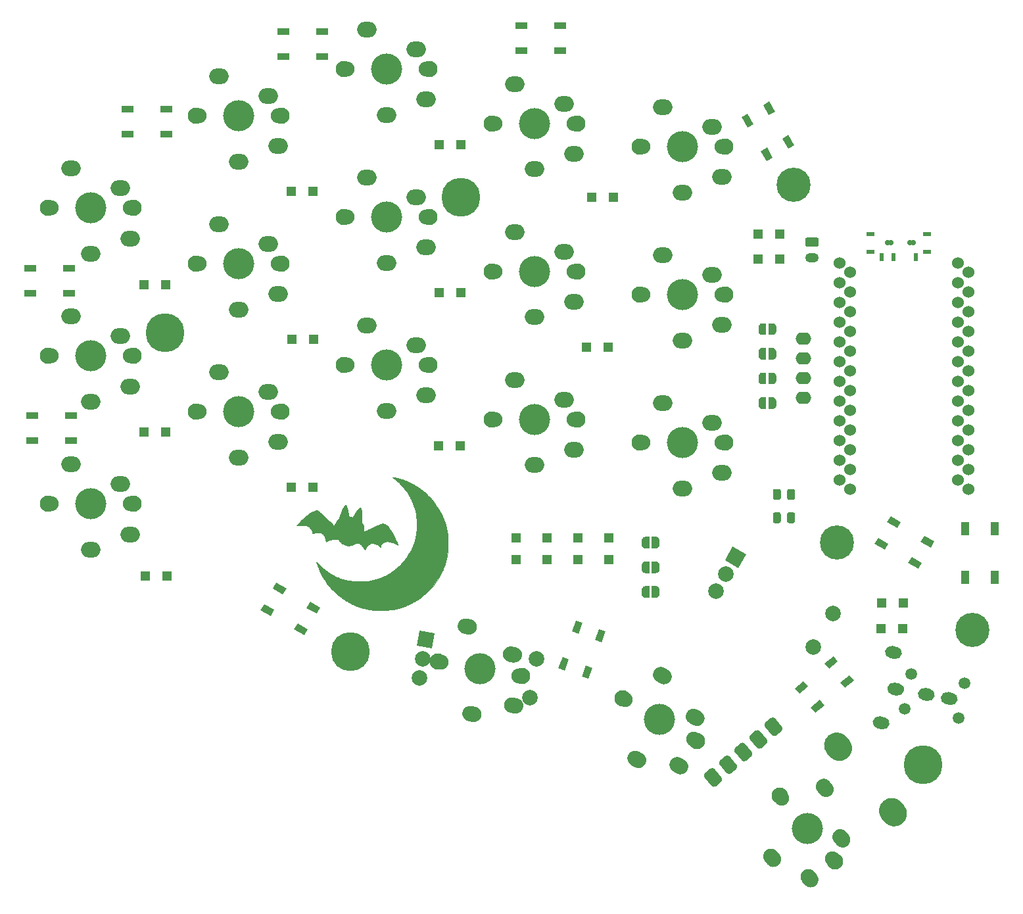
<source format=gbr>
G04 #@! TF.GenerationSoftware,KiCad,Pcbnew,5.1.10*
G04 #@! TF.CreationDate,2021-08-05T15:34:17+02:00*
G04 #@! TF.ProjectId,split_3x,73706c69-745f-4337-982e-6b696361645f,rev?*
G04 #@! TF.SameCoordinates,Original*
G04 #@! TF.FileFunction,Soldermask,Top*
G04 #@! TF.FilePolarity,Negative*
%FSLAX46Y46*%
G04 Gerber Fmt 4.6, Leading zero omitted, Abs format (unit mm)*
G04 Created by KiCad (PCBNEW 5.1.10) date 2021-08-05 15:34:17*
%MOMM*%
%LPD*%
G01*
G04 APERTURE LIST*
%ADD10C,0.010000*%
%ADD11O,1.750000X1.200000*%
%ADD12R,1.000000X0.600000*%
%ADD13R,0.600000X1.000000*%
%ADD14C,0.700000*%
%ADD15R,1.100000X0.600000*%
%ADD16O,2.500000X2.000000*%
%ADD17C,4.000000*%
%ADD18C,2.100000*%
%ADD19C,1.900000*%
%ADD20R,1.200000X1.200000*%
%ADD21C,0.100000*%
%ADD22O,2.000000X1.600000*%
%ADD23C,1.524000*%
%ADD24C,1.500000*%
%ADD25C,4.400000*%
%ADD26C,5.000000*%
%ADD27R,1.501140X0.899160*%
%ADD28C,2.000000*%
%ADD29R,1.000000X1.700000*%
G04 APERTURE END LIST*
D10*
G04 #@! TO.C,G\u002A\u002A\u002A*
G36*
X120122136Y-107906668D02*
G01*
X120161301Y-107941278D01*
X120201626Y-107996031D01*
X120241280Y-108068531D01*
X120270579Y-108135900D01*
X120303551Y-108228671D01*
X120338176Y-108342895D01*
X120373528Y-108474755D01*
X120408679Y-108620434D01*
X120442704Y-108776116D01*
X120474676Y-108937985D01*
X120500298Y-109082050D01*
X120510769Y-109141410D01*
X120523620Y-109210349D01*
X120535608Y-109271615D01*
X120555950Y-109372280D01*
X120682950Y-109395133D01*
X120744287Y-109406365D01*
X120803031Y-109417458D01*
X120850258Y-109426712D01*
X120867100Y-109430190D01*
X120918223Y-109439939D01*
X120972726Y-109448686D01*
X120983772Y-109450205D01*
X121043294Y-109458015D01*
X121111825Y-109339882D01*
X121150930Y-109272488D01*
X121194389Y-109197610D01*
X121239457Y-109119979D01*
X121283389Y-109044322D01*
X121323439Y-108975366D01*
X121356862Y-108917841D01*
X121380911Y-108876474D01*
X121384814Y-108869766D01*
X121424055Y-108806317D01*
X121473540Y-108732301D01*
X121529536Y-108652766D01*
X121588306Y-108572760D01*
X121646115Y-108497329D01*
X121699229Y-108431523D01*
X121743911Y-108380389D01*
X121757080Y-108366678D01*
X121825294Y-108307083D01*
X121889905Y-108267889D01*
X121949016Y-108249616D01*
X122000726Y-108252783D01*
X122043137Y-108277908D01*
X122050943Y-108286329D01*
X122071073Y-108314143D01*
X122088931Y-108347976D01*
X122104674Y-108389430D01*
X122118462Y-108440104D01*
X122130453Y-108501600D01*
X122140806Y-108575516D01*
X122149679Y-108663454D01*
X122157231Y-108767013D01*
X122163621Y-108887795D01*
X122169007Y-109027399D01*
X122173548Y-109187425D01*
X122177402Y-109369475D01*
X122180729Y-109575148D01*
X122181065Y-109598984D01*
X122183171Y-109737091D01*
X122185508Y-109852430D01*
X122188392Y-109947629D01*
X122192141Y-110025319D01*
X122197071Y-110088131D01*
X122203497Y-110138696D01*
X122211737Y-110179642D01*
X122222107Y-110213602D01*
X122234923Y-110243205D01*
X122250501Y-110271082D01*
X122264543Y-110292973D01*
X122307341Y-110364400D01*
X122350989Y-110449270D01*
X122390744Y-110537502D01*
X122421866Y-110619016D01*
X122430057Y-110644821D01*
X122439638Y-110681794D01*
X122447072Y-110722523D01*
X122452784Y-110771473D01*
X122457198Y-110833110D01*
X122460738Y-110911899D01*
X122463368Y-110995354D01*
X122466042Y-111075178D01*
X122469316Y-111146856D01*
X122472934Y-111206321D01*
X122476638Y-111249510D01*
X122480172Y-111272358D01*
X122480977Y-111274381D01*
X122489254Y-111281614D01*
X122503942Y-111282950D01*
X122528069Y-111277366D01*
X122564664Y-111263839D01*
X122616755Y-111241346D01*
X122687372Y-111208862D01*
X122719496Y-111193779D01*
X122782369Y-111164213D01*
X122845645Y-111134561D01*
X122900758Y-111108832D01*
X122930850Y-111094860D01*
X122977806Y-111073074D01*
X123037407Y-111045318D01*
X123099306Y-111016415D01*
X123121350Y-111006100D01*
X123181403Y-110978011D01*
X123243104Y-110949207D01*
X123296104Y-110924517D01*
X123311850Y-110917200D01*
X123358808Y-110895348D01*
X123418412Y-110867539D01*
X123480313Y-110838604D01*
X123502350Y-110828287D01*
X123596398Y-110784386D01*
X123683570Y-110743984D01*
X123761144Y-110708321D01*
X123826397Y-110678636D01*
X123876605Y-110656167D01*
X123909046Y-110642156D01*
X123920840Y-110637800D01*
X123933915Y-110632839D01*
X123964291Y-110619628D01*
X124006260Y-110600669D01*
X124022176Y-110593350D01*
X124066915Y-110572991D01*
X124102143Y-110557537D01*
X124122088Y-110549498D01*
X124124356Y-110548900D01*
X124138145Y-110544076D01*
X124168210Y-110531496D01*
X124203677Y-110515835D01*
X124240154Y-110499436D01*
X124269974Y-110486258D01*
X124298148Y-110474262D01*
X124329691Y-110461407D01*
X124369616Y-110445651D01*
X124422935Y-110424954D01*
X124494661Y-110397276D01*
X124499300Y-110395487D01*
X124592750Y-110359561D01*
X124666310Y-110331795D01*
X124723763Y-110311145D01*
X124768893Y-110296569D01*
X124805484Y-110287022D01*
X124837318Y-110281462D01*
X124868181Y-110278846D01*
X124901855Y-110278130D01*
X124924750Y-110278177D01*
X125010826Y-110283711D01*
X125089607Y-110301123D01*
X125171470Y-110333073D01*
X125207703Y-110350671D01*
X125312481Y-110414476D01*
X125422391Y-110501714D01*
X125536400Y-110611175D01*
X125653475Y-110741651D01*
X125772583Y-110891934D01*
X125892692Y-111060816D01*
X126012769Y-111247087D01*
X126101992Y-111397141D01*
X126130185Y-111447734D01*
X126166685Y-111515576D01*
X126209333Y-111596439D01*
X126255971Y-111686094D01*
X126304438Y-111780316D01*
X126352577Y-111874876D01*
X126398228Y-111965548D01*
X126439232Y-112048104D01*
X126473430Y-112118317D01*
X126498663Y-112171958D01*
X126505488Y-112187200D01*
X126534566Y-112252940D01*
X126573493Y-112339791D01*
X126622624Y-112448540D01*
X126647068Y-112502435D01*
X126664053Y-112541613D01*
X126685698Y-112593943D01*
X126707632Y-112648836D01*
X126709975Y-112654835D01*
X126735910Y-112720762D01*
X126756281Y-112770813D01*
X126774360Y-112812926D01*
X126784203Y-112834900D01*
X126798062Y-112869567D01*
X126812142Y-112911194D01*
X126824328Y-112952492D01*
X126832506Y-112986171D01*
X126834561Y-113004944D01*
X126833953Y-113006379D01*
X126820862Y-113003329D01*
X126788531Y-112990646D01*
X126740525Y-112969883D01*
X126680409Y-112942588D01*
X126611750Y-112910312D01*
X126599678Y-112904535D01*
X126528325Y-112870384D01*
X126463532Y-112839540D01*
X126409268Y-112813880D01*
X126369505Y-112795279D01*
X126348210Y-112785615D01*
X126347150Y-112785171D01*
X126315141Y-112771941D01*
X126290000Y-112761417D01*
X126205103Y-112728207D01*
X126105090Y-112693160D01*
X125999737Y-112659494D01*
X125898819Y-112630423D01*
X125864550Y-112621472D01*
X125775637Y-112599855D01*
X125703471Y-112584669D01*
X125640523Y-112574862D01*
X125579269Y-112569380D01*
X125512180Y-112567169D01*
X125475221Y-112566960D01*
X125399803Y-112568288D01*
X125341593Y-112572867D01*
X125292500Y-112581672D01*
X125248600Y-112594290D01*
X125116864Y-112645671D01*
X125002315Y-112708431D01*
X124897695Y-112787038D01*
X124825697Y-112854681D01*
X124739439Y-112957977D01*
X124676034Y-113070469D01*
X124636827Y-113182861D01*
X124619715Y-113239277D01*
X124603375Y-113272433D01*
X124586173Y-113284358D01*
X124566475Y-113277078D01*
X124563090Y-113274358D01*
X124545871Y-113259658D01*
X124514198Y-113232575D01*
X124472909Y-113197247D01*
X124435800Y-113165484D01*
X124314717Y-113067879D01*
X124199715Y-112988953D01*
X124084390Y-112925266D01*
X123962338Y-112873375D01*
X123827153Y-112829840D01*
X123794450Y-112820892D01*
X123745082Y-112812131D01*
X123679547Y-112806501D01*
X123605278Y-112804005D01*
X123529712Y-112804648D01*
X123460283Y-112808434D01*
X123404426Y-112815367D01*
X123381700Y-112820670D01*
X123255968Y-112871616D01*
X123133782Y-112946485D01*
X123014285Y-113045848D01*
X122953570Y-113106702D01*
X122866821Y-113206275D01*
X122791484Y-113310192D01*
X122723584Y-113424728D01*
X122659145Y-113556159D01*
X122637054Y-113606425D01*
X122622433Y-113633844D01*
X122609590Y-113647392D01*
X122608084Y-113647700D01*
X122595272Y-113637747D01*
X122576353Y-113612708D01*
X122568415Y-113600075D01*
X122544162Y-113558603D01*
X122517122Y-113511264D01*
X122508162Y-113495300D01*
X122474810Y-113439734D01*
X122430496Y-113371825D01*
X122380313Y-113298911D01*
X122329356Y-113228329D01*
X122282720Y-113167418D01*
X122267782Y-113149045D01*
X122214367Y-113091187D01*
X122148677Y-113029724D01*
X122077266Y-112970039D01*
X122006690Y-112917514D01*
X121943503Y-112877532D01*
X121925682Y-112868151D01*
X121816818Y-112819164D01*
X121720899Y-112787482D01*
X121632426Y-112772947D01*
X121545897Y-112775404D01*
X121455811Y-112794694D01*
X121356669Y-112830661D01*
X121311175Y-112850625D01*
X121258924Y-112874400D01*
X121203576Y-112899477D01*
X121178250Y-112910907D01*
X121131859Y-112931813D01*
X121075918Y-112957042D01*
X121032200Y-112976773D01*
X120987073Y-112997100D01*
X120948257Y-113014500D01*
X120924250Y-113025165D01*
X120834326Y-113055465D01*
X120726335Y-113077237D01*
X120606136Y-113090474D01*
X120479591Y-113095167D01*
X120352561Y-113091307D01*
X120230906Y-113078888D01*
X120120486Y-113057900D01*
X120027164Y-113028335D01*
X120022550Y-113026421D01*
X119950361Y-112993821D01*
X119869336Y-112953724D01*
X119788412Y-112910810D01*
X119716529Y-112869759D01*
X119680163Y-112847128D01*
X119624754Y-112808393D01*
X119570844Y-112764794D01*
X119515197Y-112713146D01*
X119454578Y-112650264D01*
X119385752Y-112572962D01*
X119306446Y-112479216D01*
X119259958Y-112423773D01*
X119217399Y-112373900D01*
X119182159Y-112333501D01*
X119157626Y-112306482D01*
X119149464Y-112298325D01*
X119136770Y-112289753D01*
X119118436Y-112283714D01*
X119090336Y-112279812D01*
X119048342Y-112277651D01*
X118988329Y-112276837D01*
X118925768Y-112276884D01*
X118816041Y-112279019D01*
X118701410Y-112284279D01*
X118586995Y-112292195D01*
X118477918Y-112302296D01*
X118379300Y-112314116D01*
X118296264Y-112327183D01*
X118238200Y-112339859D01*
X118135823Y-112368496D01*
X118048164Y-112396161D01*
X117966246Y-112426165D01*
X117881095Y-112461819D01*
X117783736Y-112506434D01*
X117773266Y-112511382D01*
X117718831Y-112536303D01*
X117669584Y-112557310D01*
X117632059Y-112571697D01*
X117616347Y-112576365D01*
X117600028Y-112578655D01*
X117588816Y-112574655D01*
X117580308Y-112559865D01*
X117572099Y-112529785D01*
X117561783Y-112479915D01*
X117559998Y-112470917D01*
X117533588Y-112339977D01*
X117510318Y-112230865D01*
X117489139Y-112140354D01*
X117469006Y-112065219D01*
X117448872Y-112002234D01*
X117427691Y-111948174D01*
X117404415Y-111899814D01*
X117377999Y-111853927D01*
X117347394Y-111807288D01*
X117342254Y-111799850D01*
X117299710Y-111744011D01*
X117247175Y-111683219D01*
X117189191Y-111621963D01*
X117130297Y-111564731D01*
X117075035Y-111516011D01*
X117027944Y-111480293D01*
X117005551Y-111466994D01*
X116954202Y-111443196D01*
X116905772Y-111425487D01*
X116855429Y-111413188D01*
X116798341Y-111405621D01*
X116729674Y-111402109D01*
X116644598Y-111401971D01*
X116556684Y-111403975D01*
X116435343Y-111409123D01*
X116332853Y-111417652D01*
X116242748Y-111430875D01*
X116158565Y-111450101D01*
X116073838Y-111476644D01*
X115982103Y-111511815D01*
X115941622Y-111528753D01*
X115888744Y-111547892D01*
X115853098Y-111551666D01*
X115831360Y-111539629D01*
X115820437Y-111512512D01*
X115816025Y-111477484D01*
X115813143Y-111429735D01*
X115812499Y-111396510D01*
X115802119Y-111289734D01*
X115772532Y-111175619D01*
X115726066Y-111060293D01*
X115665050Y-110949885D01*
X115616490Y-110880811D01*
X115511544Y-110763638D01*
X115396038Y-110669399D01*
X115268986Y-110597500D01*
X115129400Y-110547347D01*
X115025100Y-110525084D01*
X114796782Y-110497968D01*
X114550519Y-110486840D01*
X114288092Y-110491687D01*
X114011283Y-110512499D01*
X113838517Y-110532713D01*
X113788584Y-110539308D01*
X113837492Y-110471079D01*
X113877909Y-110419537D01*
X113935628Y-110353059D01*
X114008845Y-110273440D01*
X114095752Y-110182477D01*
X114194544Y-110081965D01*
X114303413Y-109973700D01*
X114420555Y-109859480D01*
X114544162Y-109741099D01*
X114672428Y-109620355D01*
X114803548Y-109499042D01*
X114935715Y-109378958D01*
X114936200Y-109378521D01*
X115150903Y-109194863D01*
X115360924Y-109034726D01*
X115567835Y-108897012D01*
X115773208Y-108780625D01*
X115841548Y-108746401D01*
X115972026Y-108686354D01*
X116086297Y-108640927D01*
X116188085Y-108608996D01*
X116281112Y-108589435D01*
X116369104Y-108581121D01*
X116390350Y-108580671D01*
X116444380Y-108582234D01*
X116486590Y-108589909D01*
X116529850Y-108606804D01*
X116559413Y-108621494D01*
X116606874Y-108648821D01*
X116661138Y-108685574D01*
X116723792Y-108733087D01*
X116796424Y-108792690D01*
X116880620Y-108865718D01*
X116977968Y-108953502D01*
X117090056Y-109057375D01*
X117183457Y-109145416D01*
X117227278Y-109186843D01*
X117265207Y-109222483D01*
X117292940Y-109248305D01*
X117305660Y-109259850D01*
X117317396Y-109271055D01*
X117345398Y-109298366D01*
X117387875Y-109340023D01*
X117443039Y-109394265D01*
X117509101Y-109459331D01*
X117584272Y-109533460D01*
X117666763Y-109614892D01*
X117754786Y-109701865D01*
X117770146Y-109717050D01*
X117918466Y-109863452D01*
X118049916Y-109992661D01*
X118165458Y-110105570D01*
X118266056Y-110203073D01*
X118352671Y-110286064D01*
X118426266Y-110355436D01*
X118487805Y-110412084D01*
X118538249Y-110456900D01*
X118578561Y-110490780D01*
X118609705Y-110514616D01*
X118632641Y-110529303D01*
X118648334Y-110535733D01*
X118652408Y-110536200D01*
X118665267Y-110525148D01*
X118675771Y-110498212D01*
X118676498Y-110494925D01*
X118710955Y-110376932D01*
X118766318Y-110251376D01*
X118840579Y-110121648D01*
X118931729Y-109991142D01*
X119037760Y-109863251D01*
X119073186Y-109824825D01*
X119117804Y-109776926D01*
X119157824Y-109732684D01*
X119188957Y-109696929D01*
X119206908Y-109674489D01*
X119207222Y-109674037D01*
X119242835Y-109615360D01*
X119280043Y-109539828D01*
X119319737Y-109445344D01*
X119362806Y-109329813D01*
X119402102Y-109215400D01*
X119415271Y-109177280D01*
X119434080Y-109124571D01*
X119455237Y-109066461D01*
X119463550Y-109043950D01*
X119487417Y-108979158D01*
X119512872Y-108909329D01*
X119535253Y-108847266D01*
X119539845Y-108834400D01*
X119560122Y-108777805D01*
X119575370Y-108736671D01*
X119588913Y-108702471D01*
X119604074Y-108666680D01*
X119614855Y-108641980D01*
X119627776Y-108610862D01*
X119634784Y-108590736D01*
X119635200Y-108588323D01*
X119640124Y-108573999D01*
X119653095Y-108543080D01*
X119671410Y-108501983D01*
X119673300Y-108497849D01*
X119691987Y-108456029D01*
X119705575Y-108423680D01*
X119711355Y-108407273D01*
X119711400Y-108406793D01*
X119717493Y-108387230D01*
X119734137Y-108350354D01*
X119758875Y-108300671D01*
X119789254Y-108242686D01*
X119822818Y-108180905D01*
X119857111Y-108119832D01*
X119889679Y-108063974D01*
X119918067Y-108017836D01*
X119939819Y-107985922D01*
X119942905Y-107981956D01*
X119970966Y-107955108D01*
X120009114Y-107928088D01*
X120048516Y-107906289D01*
X120080340Y-107895105D01*
X120085967Y-107894600D01*
X120122136Y-107906668D01*
G37*
X120122136Y-107906668D02*
X120161301Y-107941278D01*
X120201626Y-107996031D01*
X120241280Y-108068531D01*
X120270579Y-108135900D01*
X120303551Y-108228671D01*
X120338176Y-108342895D01*
X120373528Y-108474755D01*
X120408679Y-108620434D01*
X120442704Y-108776116D01*
X120474676Y-108937985D01*
X120500298Y-109082050D01*
X120510769Y-109141410D01*
X120523620Y-109210349D01*
X120535608Y-109271615D01*
X120555950Y-109372280D01*
X120682950Y-109395133D01*
X120744287Y-109406365D01*
X120803031Y-109417458D01*
X120850258Y-109426712D01*
X120867100Y-109430190D01*
X120918223Y-109439939D01*
X120972726Y-109448686D01*
X120983772Y-109450205D01*
X121043294Y-109458015D01*
X121111825Y-109339882D01*
X121150930Y-109272488D01*
X121194389Y-109197610D01*
X121239457Y-109119979D01*
X121283389Y-109044322D01*
X121323439Y-108975366D01*
X121356862Y-108917841D01*
X121380911Y-108876474D01*
X121384814Y-108869766D01*
X121424055Y-108806317D01*
X121473540Y-108732301D01*
X121529536Y-108652766D01*
X121588306Y-108572760D01*
X121646115Y-108497329D01*
X121699229Y-108431523D01*
X121743911Y-108380389D01*
X121757080Y-108366678D01*
X121825294Y-108307083D01*
X121889905Y-108267889D01*
X121949016Y-108249616D01*
X122000726Y-108252783D01*
X122043137Y-108277908D01*
X122050943Y-108286329D01*
X122071073Y-108314143D01*
X122088931Y-108347976D01*
X122104674Y-108389430D01*
X122118462Y-108440104D01*
X122130453Y-108501600D01*
X122140806Y-108575516D01*
X122149679Y-108663454D01*
X122157231Y-108767013D01*
X122163621Y-108887795D01*
X122169007Y-109027399D01*
X122173548Y-109187425D01*
X122177402Y-109369475D01*
X122180729Y-109575148D01*
X122181065Y-109598984D01*
X122183171Y-109737091D01*
X122185508Y-109852430D01*
X122188392Y-109947629D01*
X122192141Y-110025319D01*
X122197071Y-110088131D01*
X122203497Y-110138696D01*
X122211737Y-110179642D01*
X122222107Y-110213602D01*
X122234923Y-110243205D01*
X122250501Y-110271082D01*
X122264543Y-110292973D01*
X122307341Y-110364400D01*
X122350989Y-110449270D01*
X122390744Y-110537502D01*
X122421866Y-110619016D01*
X122430057Y-110644821D01*
X122439638Y-110681794D01*
X122447072Y-110722523D01*
X122452784Y-110771473D01*
X122457198Y-110833110D01*
X122460738Y-110911899D01*
X122463368Y-110995354D01*
X122466042Y-111075178D01*
X122469316Y-111146856D01*
X122472934Y-111206321D01*
X122476638Y-111249510D01*
X122480172Y-111272358D01*
X122480977Y-111274381D01*
X122489254Y-111281614D01*
X122503942Y-111282950D01*
X122528069Y-111277366D01*
X122564664Y-111263839D01*
X122616755Y-111241346D01*
X122687372Y-111208862D01*
X122719496Y-111193779D01*
X122782369Y-111164213D01*
X122845645Y-111134561D01*
X122900758Y-111108832D01*
X122930850Y-111094860D01*
X122977806Y-111073074D01*
X123037407Y-111045318D01*
X123099306Y-111016415D01*
X123121350Y-111006100D01*
X123181403Y-110978011D01*
X123243104Y-110949207D01*
X123296104Y-110924517D01*
X123311850Y-110917200D01*
X123358808Y-110895348D01*
X123418412Y-110867539D01*
X123480313Y-110838604D01*
X123502350Y-110828287D01*
X123596398Y-110784386D01*
X123683570Y-110743984D01*
X123761144Y-110708321D01*
X123826397Y-110678636D01*
X123876605Y-110656167D01*
X123909046Y-110642156D01*
X123920840Y-110637800D01*
X123933915Y-110632839D01*
X123964291Y-110619628D01*
X124006260Y-110600669D01*
X124022176Y-110593350D01*
X124066915Y-110572991D01*
X124102143Y-110557537D01*
X124122088Y-110549498D01*
X124124356Y-110548900D01*
X124138145Y-110544076D01*
X124168210Y-110531496D01*
X124203677Y-110515835D01*
X124240154Y-110499436D01*
X124269974Y-110486258D01*
X124298148Y-110474262D01*
X124329691Y-110461407D01*
X124369616Y-110445651D01*
X124422935Y-110424954D01*
X124494661Y-110397276D01*
X124499300Y-110395487D01*
X124592750Y-110359561D01*
X124666310Y-110331795D01*
X124723763Y-110311145D01*
X124768893Y-110296569D01*
X124805484Y-110287022D01*
X124837318Y-110281462D01*
X124868181Y-110278846D01*
X124901855Y-110278130D01*
X124924750Y-110278177D01*
X125010826Y-110283711D01*
X125089607Y-110301123D01*
X125171470Y-110333073D01*
X125207703Y-110350671D01*
X125312481Y-110414476D01*
X125422391Y-110501714D01*
X125536400Y-110611175D01*
X125653475Y-110741651D01*
X125772583Y-110891934D01*
X125892692Y-111060816D01*
X126012769Y-111247087D01*
X126101992Y-111397141D01*
X126130185Y-111447734D01*
X126166685Y-111515576D01*
X126209333Y-111596439D01*
X126255971Y-111686094D01*
X126304438Y-111780316D01*
X126352577Y-111874876D01*
X126398228Y-111965548D01*
X126439232Y-112048104D01*
X126473430Y-112118317D01*
X126498663Y-112171958D01*
X126505488Y-112187200D01*
X126534566Y-112252940D01*
X126573493Y-112339791D01*
X126622624Y-112448540D01*
X126647068Y-112502435D01*
X126664053Y-112541613D01*
X126685698Y-112593943D01*
X126707632Y-112648836D01*
X126709975Y-112654835D01*
X126735910Y-112720762D01*
X126756281Y-112770813D01*
X126774360Y-112812926D01*
X126784203Y-112834900D01*
X126798062Y-112869567D01*
X126812142Y-112911194D01*
X126824328Y-112952492D01*
X126832506Y-112986171D01*
X126834561Y-113004944D01*
X126833953Y-113006379D01*
X126820862Y-113003329D01*
X126788531Y-112990646D01*
X126740525Y-112969883D01*
X126680409Y-112942588D01*
X126611750Y-112910312D01*
X126599678Y-112904535D01*
X126528325Y-112870384D01*
X126463532Y-112839540D01*
X126409268Y-112813880D01*
X126369505Y-112795279D01*
X126348210Y-112785615D01*
X126347150Y-112785171D01*
X126315141Y-112771941D01*
X126290000Y-112761417D01*
X126205103Y-112728207D01*
X126105090Y-112693160D01*
X125999737Y-112659494D01*
X125898819Y-112630423D01*
X125864550Y-112621472D01*
X125775637Y-112599855D01*
X125703471Y-112584669D01*
X125640523Y-112574862D01*
X125579269Y-112569380D01*
X125512180Y-112567169D01*
X125475221Y-112566960D01*
X125399803Y-112568288D01*
X125341593Y-112572867D01*
X125292500Y-112581672D01*
X125248600Y-112594290D01*
X125116864Y-112645671D01*
X125002315Y-112708431D01*
X124897695Y-112787038D01*
X124825697Y-112854681D01*
X124739439Y-112957977D01*
X124676034Y-113070469D01*
X124636827Y-113182861D01*
X124619715Y-113239277D01*
X124603375Y-113272433D01*
X124586173Y-113284358D01*
X124566475Y-113277078D01*
X124563090Y-113274358D01*
X124545871Y-113259658D01*
X124514198Y-113232575D01*
X124472909Y-113197247D01*
X124435800Y-113165484D01*
X124314717Y-113067879D01*
X124199715Y-112988953D01*
X124084390Y-112925266D01*
X123962338Y-112873375D01*
X123827153Y-112829840D01*
X123794450Y-112820892D01*
X123745082Y-112812131D01*
X123679547Y-112806501D01*
X123605278Y-112804005D01*
X123529712Y-112804648D01*
X123460283Y-112808434D01*
X123404426Y-112815367D01*
X123381700Y-112820670D01*
X123255968Y-112871616D01*
X123133782Y-112946485D01*
X123014285Y-113045848D01*
X122953570Y-113106702D01*
X122866821Y-113206275D01*
X122791484Y-113310192D01*
X122723584Y-113424728D01*
X122659145Y-113556159D01*
X122637054Y-113606425D01*
X122622433Y-113633844D01*
X122609590Y-113647392D01*
X122608084Y-113647700D01*
X122595272Y-113637747D01*
X122576353Y-113612708D01*
X122568415Y-113600075D01*
X122544162Y-113558603D01*
X122517122Y-113511264D01*
X122508162Y-113495300D01*
X122474810Y-113439734D01*
X122430496Y-113371825D01*
X122380313Y-113298911D01*
X122329356Y-113228329D01*
X122282720Y-113167418D01*
X122267782Y-113149045D01*
X122214367Y-113091187D01*
X122148677Y-113029724D01*
X122077266Y-112970039D01*
X122006690Y-112917514D01*
X121943503Y-112877532D01*
X121925682Y-112868151D01*
X121816818Y-112819164D01*
X121720899Y-112787482D01*
X121632426Y-112772947D01*
X121545897Y-112775404D01*
X121455811Y-112794694D01*
X121356669Y-112830661D01*
X121311175Y-112850625D01*
X121258924Y-112874400D01*
X121203576Y-112899477D01*
X121178250Y-112910907D01*
X121131859Y-112931813D01*
X121075918Y-112957042D01*
X121032200Y-112976773D01*
X120987073Y-112997100D01*
X120948257Y-113014500D01*
X120924250Y-113025165D01*
X120834326Y-113055465D01*
X120726335Y-113077237D01*
X120606136Y-113090474D01*
X120479591Y-113095167D01*
X120352561Y-113091307D01*
X120230906Y-113078888D01*
X120120486Y-113057900D01*
X120027164Y-113028335D01*
X120022550Y-113026421D01*
X119950361Y-112993821D01*
X119869336Y-112953724D01*
X119788412Y-112910810D01*
X119716529Y-112869759D01*
X119680163Y-112847128D01*
X119624754Y-112808393D01*
X119570844Y-112764794D01*
X119515197Y-112713146D01*
X119454578Y-112650264D01*
X119385752Y-112572962D01*
X119306446Y-112479216D01*
X119259958Y-112423773D01*
X119217399Y-112373900D01*
X119182159Y-112333501D01*
X119157626Y-112306482D01*
X119149464Y-112298325D01*
X119136770Y-112289753D01*
X119118436Y-112283714D01*
X119090336Y-112279812D01*
X119048342Y-112277651D01*
X118988329Y-112276837D01*
X118925768Y-112276884D01*
X118816041Y-112279019D01*
X118701410Y-112284279D01*
X118586995Y-112292195D01*
X118477918Y-112302296D01*
X118379300Y-112314116D01*
X118296264Y-112327183D01*
X118238200Y-112339859D01*
X118135823Y-112368496D01*
X118048164Y-112396161D01*
X117966246Y-112426165D01*
X117881095Y-112461819D01*
X117783736Y-112506434D01*
X117773266Y-112511382D01*
X117718831Y-112536303D01*
X117669584Y-112557310D01*
X117632059Y-112571697D01*
X117616347Y-112576365D01*
X117600028Y-112578655D01*
X117588816Y-112574655D01*
X117580308Y-112559865D01*
X117572099Y-112529785D01*
X117561783Y-112479915D01*
X117559998Y-112470917D01*
X117533588Y-112339977D01*
X117510318Y-112230865D01*
X117489139Y-112140354D01*
X117469006Y-112065219D01*
X117448872Y-112002234D01*
X117427691Y-111948174D01*
X117404415Y-111899814D01*
X117377999Y-111853927D01*
X117347394Y-111807288D01*
X117342254Y-111799850D01*
X117299710Y-111744011D01*
X117247175Y-111683219D01*
X117189191Y-111621963D01*
X117130297Y-111564731D01*
X117075035Y-111516011D01*
X117027944Y-111480293D01*
X117005551Y-111466994D01*
X116954202Y-111443196D01*
X116905772Y-111425487D01*
X116855429Y-111413188D01*
X116798341Y-111405621D01*
X116729674Y-111402109D01*
X116644598Y-111401971D01*
X116556684Y-111403975D01*
X116435343Y-111409123D01*
X116332853Y-111417652D01*
X116242748Y-111430875D01*
X116158565Y-111450101D01*
X116073838Y-111476644D01*
X115982103Y-111511815D01*
X115941622Y-111528753D01*
X115888744Y-111547892D01*
X115853098Y-111551666D01*
X115831360Y-111539629D01*
X115820437Y-111512512D01*
X115816025Y-111477484D01*
X115813143Y-111429735D01*
X115812499Y-111396510D01*
X115802119Y-111289734D01*
X115772532Y-111175619D01*
X115726066Y-111060293D01*
X115665050Y-110949885D01*
X115616490Y-110880811D01*
X115511544Y-110763638D01*
X115396038Y-110669399D01*
X115268986Y-110597500D01*
X115129400Y-110547347D01*
X115025100Y-110525084D01*
X114796782Y-110497968D01*
X114550519Y-110486840D01*
X114288092Y-110491687D01*
X114011283Y-110512499D01*
X113838517Y-110532713D01*
X113788584Y-110539308D01*
X113837492Y-110471079D01*
X113877909Y-110419537D01*
X113935628Y-110353059D01*
X114008845Y-110273440D01*
X114095752Y-110182477D01*
X114194544Y-110081965D01*
X114303413Y-109973700D01*
X114420555Y-109859480D01*
X114544162Y-109741099D01*
X114672428Y-109620355D01*
X114803548Y-109499042D01*
X114935715Y-109378958D01*
X114936200Y-109378521D01*
X115150903Y-109194863D01*
X115360924Y-109034726D01*
X115567835Y-108897012D01*
X115773208Y-108780625D01*
X115841548Y-108746401D01*
X115972026Y-108686354D01*
X116086297Y-108640927D01*
X116188085Y-108608996D01*
X116281112Y-108589435D01*
X116369104Y-108581121D01*
X116390350Y-108580671D01*
X116444380Y-108582234D01*
X116486590Y-108589909D01*
X116529850Y-108606804D01*
X116559413Y-108621494D01*
X116606874Y-108648821D01*
X116661138Y-108685574D01*
X116723792Y-108733087D01*
X116796424Y-108792690D01*
X116880620Y-108865718D01*
X116977968Y-108953502D01*
X117090056Y-109057375D01*
X117183457Y-109145416D01*
X117227278Y-109186843D01*
X117265207Y-109222483D01*
X117292940Y-109248305D01*
X117305660Y-109259850D01*
X117317396Y-109271055D01*
X117345398Y-109298366D01*
X117387875Y-109340023D01*
X117443039Y-109394265D01*
X117509101Y-109459331D01*
X117584272Y-109533460D01*
X117666763Y-109614892D01*
X117754786Y-109701865D01*
X117770146Y-109717050D01*
X117918466Y-109863452D01*
X118049916Y-109992661D01*
X118165458Y-110105570D01*
X118266056Y-110203073D01*
X118352671Y-110286064D01*
X118426266Y-110355436D01*
X118487805Y-110412084D01*
X118538249Y-110456900D01*
X118578561Y-110490780D01*
X118609705Y-110514616D01*
X118632641Y-110529303D01*
X118648334Y-110535733D01*
X118652408Y-110536200D01*
X118665267Y-110525148D01*
X118675771Y-110498212D01*
X118676498Y-110494925D01*
X118710955Y-110376932D01*
X118766318Y-110251376D01*
X118840579Y-110121648D01*
X118931729Y-109991142D01*
X119037760Y-109863251D01*
X119073186Y-109824825D01*
X119117804Y-109776926D01*
X119157824Y-109732684D01*
X119188957Y-109696929D01*
X119206908Y-109674489D01*
X119207222Y-109674037D01*
X119242835Y-109615360D01*
X119280043Y-109539828D01*
X119319737Y-109445344D01*
X119362806Y-109329813D01*
X119402102Y-109215400D01*
X119415271Y-109177280D01*
X119434080Y-109124571D01*
X119455237Y-109066461D01*
X119463550Y-109043950D01*
X119487417Y-108979158D01*
X119512872Y-108909329D01*
X119535253Y-108847266D01*
X119539845Y-108834400D01*
X119560122Y-108777805D01*
X119575370Y-108736671D01*
X119588913Y-108702471D01*
X119604074Y-108666680D01*
X119614855Y-108641980D01*
X119627776Y-108610862D01*
X119634784Y-108590736D01*
X119635200Y-108588323D01*
X119640124Y-108573999D01*
X119653095Y-108543080D01*
X119671410Y-108501983D01*
X119673300Y-108497849D01*
X119691987Y-108456029D01*
X119705575Y-108423680D01*
X119711355Y-108407273D01*
X119711400Y-108406793D01*
X119717493Y-108387230D01*
X119734137Y-108350354D01*
X119758875Y-108300671D01*
X119789254Y-108242686D01*
X119822818Y-108180905D01*
X119857111Y-108119832D01*
X119889679Y-108063974D01*
X119918067Y-108017836D01*
X119939819Y-107985922D01*
X119942905Y-107981956D01*
X119970966Y-107955108D01*
X120009114Y-107928088D01*
X120048516Y-107906289D01*
X120080340Y-107895105D01*
X120085967Y-107894600D01*
X120122136Y-107906668D01*
G36*
X126179168Y-104279006D02*
G01*
X126197925Y-104280985D01*
X126245178Y-104288092D01*
X126305915Y-104299153D01*
X126368948Y-104312092D01*
X126385250Y-104315716D01*
X126441962Y-104328560D01*
X126494512Y-104340432D01*
X126534218Y-104349372D01*
X126544000Y-104351563D01*
X126637689Y-104373613D01*
X126748896Y-104401662D01*
X126870941Y-104433979D01*
X126997149Y-104468830D01*
X127007550Y-104471768D01*
X127063880Y-104487648D01*
X127116162Y-104502284D01*
X127155893Y-104513301D01*
X127166300Y-104516143D01*
X127291351Y-104552407D01*
X127433264Y-104597667D01*
X127586096Y-104649742D01*
X127743900Y-104706450D01*
X127900731Y-104765610D01*
X128050644Y-104825038D01*
X128187694Y-104882555D01*
X128290250Y-104928599D01*
X128686653Y-105124918D01*
X129064407Y-105335405D01*
X129426138Y-105561904D01*
X129774472Y-105806259D01*
X130112037Y-106070313D01*
X130441459Y-106355909D01*
X130765367Y-106664890D01*
X130766750Y-106666270D01*
X130835945Y-106735676D01*
X130902086Y-106802657D01*
X130962179Y-106864134D01*
X131013231Y-106917025D01*
X131052246Y-106958247D01*
X131076230Y-106984722D01*
X131076397Y-106984917D01*
X131114376Y-107028781D01*
X131154187Y-107073857D01*
X131178527Y-107100850D01*
X131229117Y-107158063D01*
X131291107Y-107231240D01*
X131360847Y-107315882D01*
X131434692Y-107407489D01*
X131508992Y-107501561D01*
X131580102Y-107593598D01*
X131610944Y-107634289D01*
X131872959Y-108002126D01*
X132114563Y-108382647D01*
X132337486Y-108778651D01*
X132437884Y-108974100D01*
X132477208Y-109053650D01*
X132513804Y-109128935D01*
X132546074Y-109196550D01*
X132572418Y-109253092D01*
X132591237Y-109295155D01*
X132600933Y-109319335D01*
X132601900Y-109323320D01*
X132606720Y-109336965D01*
X132619292Y-109366918D01*
X132634964Y-109402377D01*
X132658111Y-109453903D01*
X132675113Y-109492495D01*
X132689688Y-109526985D01*
X132705555Y-109566202D01*
X132726433Y-109618976D01*
X132730046Y-109628150D01*
X132750357Y-109680988D01*
X132774729Y-109746353D01*
X132801364Y-109819200D01*
X132828462Y-109894485D01*
X132854223Y-109967163D01*
X132876849Y-110032190D01*
X132894540Y-110084521D01*
X132905496Y-110119111D01*
X132906718Y-110123450D01*
X132915275Y-110153030D01*
X132929049Y-110198513D01*
X132945518Y-110251608D01*
X132951150Y-110269500D01*
X132975644Y-110348058D01*
X132994179Y-110410315D01*
X133008991Y-110464013D01*
X133020835Y-110510800D01*
X133030780Y-110549065D01*
X133044197Y-110597681D01*
X133052060Y-110625100D01*
X133066774Y-110678785D01*
X133080838Y-110735230D01*
X133086100Y-110758450D01*
X133096441Y-110806189D01*
X133106447Y-110851874D01*
X133109664Y-110866400D01*
X133133611Y-110976573D01*
X133155099Y-111080688D01*
X133172899Y-111172594D01*
X133185777Y-111246140D01*
X133185979Y-111247400D01*
X133195355Y-111304983D01*
X133205034Y-111362735D01*
X133212569Y-111406150D01*
X133233600Y-111541938D01*
X133252281Y-111699727D01*
X133268400Y-111876204D01*
X133281742Y-112068061D01*
X133292094Y-112271986D01*
X133299243Y-112484668D01*
X133302975Y-112702798D01*
X133303494Y-112815850D01*
X133299603Y-113141250D01*
X133287600Y-113445723D01*
X133267264Y-113732484D01*
X133238371Y-114004752D01*
X133205158Y-114238250D01*
X133194992Y-114301765D01*
X133184915Y-114364703D01*
X133176519Y-114417119D01*
X133173637Y-114435100D01*
X133166473Y-114475387D01*
X133155368Y-114532678D01*
X133141872Y-114599176D01*
X133128261Y-114663700D01*
X133114332Y-114728474D01*
X133101513Y-114788227D01*
X133091209Y-114836408D01*
X133084822Y-114866464D01*
X133084730Y-114866900D01*
X133052689Y-115003759D01*
X133010755Y-115158653D01*
X132960503Y-115326951D01*
X132903505Y-115504023D01*
X132841337Y-115685239D01*
X132775571Y-115865969D01*
X132707782Y-116041582D01*
X132639543Y-116207449D01*
X132592712Y-116314475D01*
X132567510Y-116369075D01*
X132534864Y-116437761D01*
X132497064Y-116515905D01*
X132456406Y-116598881D01*
X132415182Y-116682059D01*
X132375686Y-116760814D01*
X132340212Y-116830518D01*
X132311051Y-116886542D01*
X132290499Y-116924261D01*
X132290477Y-116924300D01*
X132261499Y-116975007D01*
X132232351Y-117026244D01*
X132210991Y-117064000D01*
X132074951Y-117293616D01*
X131921037Y-117531916D01*
X131752823Y-117773979D01*
X131573885Y-118014884D01*
X131387798Y-118249710D01*
X131198139Y-118473538D01*
X131135916Y-118543550D01*
X131082265Y-118601761D01*
X131014262Y-118673380D01*
X130935968Y-118754313D01*
X130851441Y-118840468D01*
X130764740Y-118927753D01*
X130679926Y-119012077D01*
X130601056Y-119089346D01*
X130532190Y-119155469D01*
X130488162Y-119196555D01*
X130367723Y-119303622D01*
X130231002Y-119419596D01*
X130083405Y-119540161D01*
X129930336Y-119661001D01*
X129777201Y-119777799D01*
X129629404Y-119886240D01*
X129584540Y-119918173D01*
X129542442Y-119947242D01*
X129488431Y-119983557D01*
X129425901Y-120024939D01*
X129358244Y-120069206D01*
X129288852Y-120114177D01*
X129221117Y-120157672D01*
X129158433Y-120197510D01*
X129104191Y-120231509D01*
X129061783Y-120257490D01*
X129034603Y-120273270D01*
X129026238Y-120277100D01*
X129012766Y-120283302D01*
X128985534Y-120299073D01*
X128968183Y-120309807D01*
X128892474Y-120355440D01*
X128798343Y-120408670D01*
X128690626Y-120466879D01*
X128574155Y-120527448D01*
X128468050Y-120580725D01*
X128396258Y-120615879D01*
X128323973Y-120650775D01*
X128254968Y-120683646D01*
X128193014Y-120712724D01*
X128141883Y-120736242D01*
X128105348Y-120752431D01*
X128087179Y-120759525D01*
X128086159Y-120759700D01*
X128072201Y-120764510D01*
X128043398Y-120776700D01*
X128026586Y-120784234D01*
X127930837Y-120825589D01*
X127815948Y-120871477D01*
X127687345Y-120919982D01*
X127550456Y-120969188D01*
X127410708Y-121017179D01*
X127273529Y-121062039D01*
X127144344Y-121101851D01*
X127052000Y-121128339D01*
X126839134Y-121185058D01*
X126644194Y-121232939D01*
X126461766Y-121273170D01*
X126286441Y-121306942D01*
X126112806Y-121335446D01*
X126105850Y-121336489D01*
X126060803Y-121343068D01*
X126016603Y-121349129D01*
X125969340Y-121355120D01*
X125915104Y-121361490D01*
X125849985Y-121368689D01*
X125770073Y-121377165D01*
X125671458Y-121387367D01*
X125591500Y-121395543D01*
X125554649Y-121398048D01*
X125495459Y-121400512D01*
X125416989Y-121402902D01*
X125322301Y-121405183D01*
X125214455Y-121407322D01*
X125096510Y-121409282D01*
X124971527Y-121411032D01*
X124842567Y-121412536D01*
X124712691Y-121413760D01*
X124584957Y-121414669D01*
X124462428Y-121415231D01*
X124348162Y-121415410D01*
X124245222Y-121415172D01*
X124156666Y-121414484D01*
X124085555Y-121413310D01*
X124061150Y-121412649D01*
X123934917Y-121406692D01*
X123791855Y-121396606D01*
X123638810Y-121383110D01*
X123482630Y-121366922D01*
X123330163Y-121348760D01*
X123188255Y-121329344D01*
X123063756Y-121309392D01*
X123045150Y-121306059D01*
X122961185Y-121290081D01*
X122867494Y-121271127D01*
X122768915Y-121250282D01*
X122670282Y-121228629D01*
X122576433Y-121207254D01*
X122492204Y-121187241D01*
X122422432Y-121169675D01*
X122371952Y-121155640D01*
X122365700Y-121153703D01*
X122333523Y-121144046D01*
X122291235Y-121131990D01*
X122276800Y-121128000D01*
X122234372Y-121116053D01*
X122197040Y-121105004D01*
X122187900Y-121102143D01*
X122158515Y-121093118D01*
X122115429Y-121080361D01*
X122079950Y-121070081D01*
X121951490Y-121030972D01*
X121811573Y-120984416D01*
X121671506Y-120934228D01*
X121622750Y-120915824D01*
X121572864Y-120896645D01*
X121538771Y-120883287D01*
X121512522Y-120872548D01*
X121486167Y-120861228D01*
X121474780Y-120856244D01*
X121443532Y-120843313D01*
X121423149Y-120836310D01*
X121420667Y-120835900D01*
X121405398Y-120831127D01*
X121375651Y-120819046D01*
X121359086Y-120811789D01*
X121315507Y-120792561D01*
X121263575Y-120770038D01*
X121235400Y-120757979D01*
X121153115Y-120721215D01*
X121053967Y-120674041D01*
X120942607Y-120618907D01*
X120823685Y-120558261D01*
X120701853Y-120494554D01*
X120581762Y-120430233D01*
X120468062Y-120367748D01*
X120365403Y-120309548D01*
X120278438Y-120258083D01*
X120236578Y-120232001D01*
X120200296Y-120209390D01*
X120173124Y-120193571D01*
X120161629Y-120188200D01*
X120148456Y-120181296D01*
X120117534Y-120161974D01*
X120071969Y-120132321D01*
X120014863Y-120094420D01*
X119949322Y-120050358D01*
X119878448Y-120002220D01*
X119805347Y-119952091D01*
X119733123Y-119902056D01*
X119673300Y-119860144D01*
X119606914Y-119812566D01*
X119531750Y-119757404D01*
X119451907Y-119697789D01*
X119371486Y-119636856D01*
X119294586Y-119577736D01*
X119225308Y-119523563D01*
X119167752Y-119477468D01*
X119126018Y-119442584D01*
X119120938Y-119438124D01*
X119097258Y-119417540D01*
X119058941Y-119384703D01*
X119010787Y-119343711D01*
X118957598Y-119298658D01*
X118943050Y-119286374D01*
X118879724Y-119230739D01*
X118802584Y-119159397D01*
X118714783Y-119075541D01*
X118619474Y-118982365D01*
X118519812Y-118883060D01*
X118418951Y-118780821D01*
X118320045Y-118678840D01*
X118226247Y-118580310D01*
X118140712Y-118488424D01*
X118066593Y-118406375D01*
X118014878Y-118346700D01*
X117818008Y-118105730D01*
X117641443Y-117873591D01*
X117482982Y-117647339D01*
X117415321Y-117544050D01*
X117182698Y-117158760D01*
X116968577Y-116757762D01*
X116772284Y-116339745D01*
X116667746Y-116092450D01*
X116633720Y-116008745D01*
X116607917Y-115945289D01*
X116588994Y-115898803D01*
X116575606Y-115866004D01*
X116566411Y-115843612D01*
X116560066Y-115828347D01*
X116555227Y-115816928D01*
X116550551Y-115806073D01*
X116549450Y-115803525D01*
X116526616Y-115747630D01*
X116498447Y-115673955D01*
X116467275Y-115588931D01*
X116435436Y-115498991D01*
X116405262Y-115410569D01*
X116389392Y-115362353D01*
X116369390Y-115295390D01*
X116360061Y-115250729D01*
X116361311Y-115227669D01*
X116370883Y-115224616D01*
X116382777Y-115234310D01*
X116410295Y-115259599D01*
X116451035Y-115298185D01*
X116502595Y-115347770D01*
X116562572Y-115406055D01*
X116628563Y-115470742D01*
X116640856Y-115482850D01*
X116749516Y-115589705D01*
X116842746Y-115680793D01*
X116922970Y-115758411D01*
X116992609Y-115824861D01*
X117054089Y-115882439D01*
X117109832Y-115933447D01*
X117162261Y-115980182D01*
X117196672Y-116010188D01*
X117240496Y-116048212D01*
X117279566Y-116082335D01*
X117308186Y-116107570D01*
X117317322Y-116115777D01*
X117338026Y-116133224D01*
X117374760Y-116162760D01*
X117423320Y-116201121D01*
X117479501Y-116245042D01*
X117539097Y-116291261D01*
X117597905Y-116336513D01*
X117651719Y-116377534D01*
X117696335Y-116411060D01*
X117721466Y-116429492D01*
X117761799Y-116458857D01*
X117799237Y-116486697D01*
X117816716Y-116500042D01*
X117837980Y-116515081D01*
X117876734Y-116541025D01*
X117928975Y-116575252D01*
X117990697Y-116615138D01*
X118057893Y-116658058D01*
X118060400Y-116659649D01*
X118139567Y-116709793D01*
X118202703Y-116749439D01*
X118255147Y-116781822D01*
X118302235Y-116810175D01*
X118349306Y-116837732D01*
X118401697Y-116867727D01*
X118435050Y-116886625D01*
X118502858Y-116923386D01*
X118587662Y-116966958D01*
X118683067Y-117014253D01*
X118782675Y-117062182D01*
X118880093Y-117107656D01*
X118968923Y-117147586D01*
X119025600Y-117171844D01*
X119073684Y-117191852D01*
X119117846Y-117210299D01*
X119146250Y-117222235D01*
X119258944Y-117267518D01*
X119387373Y-117314518D01*
X119535974Y-117364854D01*
X119546300Y-117368235D01*
X119646460Y-117400339D01*
X119740802Y-117429379D01*
X119824706Y-117453998D01*
X119893552Y-117472837D01*
X119940000Y-117483977D01*
X119973152Y-117491446D01*
X120021845Y-117503035D01*
X120077013Y-117516577D01*
X120092400Y-117520427D01*
X120178344Y-117541727D01*
X120245326Y-117557569D01*
X120298882Y-117569211D01*
X120344544Y-117577913D01*
X120346400Y-117578238D01*
X120377724Y-117583703D01*
X120426393Y-117592195D01*
X120484728Y-117602374D01*
X120524200Y-117609263D01*
X120574152Y-117617828D01*
X120621082Y-117625455D01*
X120669642Y-117632795D01*
X120724482Y-117640502D01*
X120790253Y-117649226D01*
X120871607Y-117659620D01*
X120973196Y-117672336D01*
X120981400Y-117673357D01*
X121026936Y-117678253D01*
X121092191Y-117684224D01*
X121171529Y-117690810D01*
X121259316Y-117697546D01*
X121349915Y-117703971D01*
X121374117Y-117705591D01*
X121767930Y-117722077D01*
X122162662Y-117719943D01*
X122555279Y-117699542D01*
X122942749Y-117661229D01*
X123322038Y-117605358D01*
X123690115Y-117532282D01*
X124043945Y-117442354D01*
X124296100Y-117364743D01*
X124417302Y-117323923D01*
X124516209Y-117289452D01*
X124594911Y-117260577D01*
X124655502Y-117236547D01*
X124670750Y-117230044D01*
X124699208Y-117217617D01*
X124736263Y-117201389D01*
X124742519Y-117198644D01*
X124773621Y-117185725D01*
X124793714Y-117178716D01*
X124796117Y-117178300D01*
X124807810Y-117174668D01*
X124835575Y-117163252D01*
X124881203Y-117143270D01*
X124946485Y-117113940D01*
X125020000Y-117080511D01*
X125077111Y-117053593D01*
X125148490Y-117018677D01*
X125227759Y-116979010D01*
X125308543Y-116937835D01*
X125384467Y-116898398D01*
X125449156Y-116863943D01*
X125489900Y-116841365D01*
X125540456Y-116812503D01*
X125591371Y-116783505D01*
X125628823Y-116762236D01*
X125673631Y-116735802D01*
X125731026Y-116700350D01*
X125797669Y-116658097D01*
X125870219Y-116611263D01*
X125945338Y-116562068D01*
X126019685Y-116512731D01*
X126089921Y-116465470D01*
X126152706Y-116422504D01*
X126204700Y-116386053D01*
X126242564Y-116358336D01*
X126262959Y-116341572D01*
X126264600Y-116339788D01*
X126277590Y-116328555D01*
X126307111Y-116305277D01*
X126349235Y-116272964D01*
X126400038Y-116234628D01*
X126454555Y-116194050D01*
X126468996Y-116183177D01*
X126485445Y-116170241D01*
X126506960Y-116152700D01*
X126536598Y-116128016D01*
X126577417Y-116093648D01*
X126632475Y-116047056D01*
X126678766Y-116007809D01*
X126967268Y-115749530D01*
X127245889Y-115473082D01*
X127512419Y-115181268D01*
X127764644Y-114876892D01*
X128000353Y-114562757D01*
X128217334Y-114241666D01*
X128413376Y-113916425D01*
X128585914Y-113590550D01*
X128612459Y-113535974D01*
X128639937Y-113478395D01*
X128666128Y-113422597D01*
X128688816Y-113373364D01*
X128705783Y-113335480D01*
X128714809Y-113313731D01*
X128715700Y-113310598D01*
X128720536Y-113297253D01*
X128733056Y-113267911D01*
X128746214Y-113238501D01*
X128765308Y-113194214D01*
X128788618Y-113136808D01*
X128811788Y-113077071D01*
X128816876Y-113063500D01*
X128836498Y-113011165D01*
X128854240Y-112964589D01*
X128867203Y-112931362D01*
X128870279Y-112923800D01*
X128881707Y-112893342D01*
X128898672Y-112844312D01*
X128919318Y-112782437D01*
X128941790Y-112713446D01*
X128964232Y-112643065D01*
X128984788Y-112577023D01*
X129001603Y-112521048D01*
X129008105Y-112498350D01*
X129022927Y-112444298D01*
X129040046Y-112380373D01*
X129057723Y-112313241D01*
X129074217Y-112249568D01*
X129087791Y-112196021D01*
X129096703Y-112159267D01*
X129097568Y-112155450D01*
X129106314Y-112116219D01*
X129117951Y-112064138D01*
X129128780Y-112015750D01*
X129160718Y-111863792D01*
X129183930Y-111732314D01*
X129185260Y-111723650D01*
X129213658Y-111531608D01*
X129237278Y-111360165D01*
X129256492Y-111205046D01*
X129271671Y-111061976D01*
X129283186Y-110926681D01*
X129291410Y-110794887D01*
X129296714Y-110662319D01*
X129299470Y-110524703D01*
X129300088Y-110402850D01*
X129298223Y-110207616D01*
X129292471Y-110027151D01*
X129282259Y-109853037D01*
X129267014Y-109676859D01*
X129246164Y-109490198D01*
X129228776Y-109355100D01*
X129218291Y-109278854D01*
X129208639Y-109213677D01*
X129198309Y-109150222D01*
X129185790Y-109079143D01*
X129172318Y-109005850D01*
X129097685Y-108656881D01*
X129003384Y-108304047D01*
X128891596Y-107954252D01*
X128764501Y-107614397D01*
X128644832Y-107335800D01*
X128611429Y-107264619D01*
X128572453Y-107184450D01*
X128529995Y-107099319D01*
X128486147Y-107013254D01*
X128443002Y-106930282D01*
X128402653Y-106854430D01*
X128367190Y-106789726D01*
X128338708Y-106740196D01*
X128320500Y-106711539D01*
X128304006Y-106686133D01*
X128296627Y-106670535D01*
X128296600Y-106670125D01*
X128289846Y-106655402D01*
X128270834Y-106622546D01*
X128241433Y-106574533D01*
X128203515Y-106514335D01*
X128158949Y-106444928D01*
X128109608Y-106369286D01*
X128064272Y-106300750D01*
X127927681Y-106103480D01*
X127778837Y-105903990D01*
X127613410Y-105696490D01*
X127604490Y-105685636D01*
X127416888Y-105468506D01*
X127209101Y-105247781D01*
X126985225Y-105027323D01*
X126749353Y-104810996D01*
X126505582Y-104602666D01*
X126258005Y-104406196D01*
X126210638Y-104370350D01*
X126161082Y-104331116D01*
X126133319Y-104303509D01*
X126127188Y-104286383D01*
X126142525Y-104278597D01*
X126179168Y-104279006D01*
G37*
X126179168Y-104279006D02*
X126197925Y-104280985D01*
X126245178Y-104288092D01*
X126305915Y-104299153D01*
X126368948Y-104312092D01*
X126385250Y-104315716D01*
X126441962Y-104328560D01*
X126494512Y-104340432D01*
X126534218Y-104349372D01*
X126544000Y-104351563D01*
X126637689Y-104373613D01*
X126748896Y-104401662D01*
X126870941Y-104433979D01*
X126997149Y-104468830D01*
X127007550Y-104471768D01*
X127063880Y-104487648D01*
X127116162Y-104502284D01*
X127155893Y-104513301D01*
X127166300Y-104516143D01*
X127291351Y-104552407D01*
X127433264Y-104597667D01*
X127586096Y-104649742D01*
X127743900Y-104706450D01*
X127900731Y-104765610D01*
X128050644Y-104825038D01*
X128187694Y-104882555D01*
X128290250Y-104928599D01*
X128686653Y-105124918D01*
X129064407Y-105335405D01*
X129426138Y-105561904D01*
X129774472Y-105806259D01*
X130112037Y-106070313D01*
X130441459Y-106355909D01*
X130765367Y-106664890D01*
X130766750Y-106666270D01*
X130835945Y-106735676D01*
X130902086Y-106802657D01*
X130962179Y-106864134D01*
X131013231Y-106917025D01*
X131052246Y-106958247D01*
X131076230Y-106984722D01*
X131076397Y-106984917D01*
X131114376Y-107028781D01*
X131154187Y-107073857D01*
X131178527Y-107100850D01*
X131229117Y-107158063D01*
X131291107Y-107231240D01*
X131360847Y-107315882D01*
X131434692Y-107407489D01*
X131508992Y-107501561D01*
X131580102Y-107593598D01*
X131610944Y-107634289D01*
X131872959Y-108002126D01*
X132114563Y-108382647D01*
X132337486Y-108778651D01*
X132437884Y-108974100D01*
X132477208Y-109053650D01*
X132513804Y-109128935D01*
X132546074Y-109196550D01*
X132572418Y-109253092D01*
X132591237Y-109295155D01*
X132600933Y-109319335D01*
X132601900Y-109323320D01*
X132606720Y-109336965D01*
X132619292Y-109366918D01*
X132634964Y-109402377D01*
X132658111Y-109453903D01*
X132675113Y-109492495D01*
X132689688Y-109526985D01*
X132705555Y-109566202D01*
X132726433Y-109618976D01*
X132730046Y-109628150D01*
X132750357Y-109680988D01*
X132774729Y-109746353D01*
X132801364Y-109819200D01*
X132828462Y-109894485D01*
X132854223Y-109967163D01*
X132876849Y-110032190D01*
X132894540Y-110084521D01*
X132905496Y-110119111D01*
X132906718Y-110123450D01*
X132915275Y-110153030D01*
X132929049Y-110198513D01*
X132945518Y-110251608D01*
X132951150Y-110269500D01*
X132975644Y-110348058D01*
X132994179Y-110410315D01*
X133008991Y-110464013D01*
X133020835Y-110510800D01*
X133030780Y-110549065D01*
X133044197Y-110597681D01*
X133052060Y-110625100D01*
X133066774Y-110678785D01*
X133080838Y-110735230D01*
X133086100Y-110758450D01*
X133096441Y-110806189D01*
X133106447Y-110851874D01*
X133109664Y-110866400D01*
X133133611Y-110976573D01*
X133155099Y-111080688D01*
X133172899Y-111172594D01*
X133185777Y-111246140D01*
X133185979Y-111247400D01*
X133195355Y-111304983D01*
X133205034Y-111362735D01*
X133212569Y-111406150D01*
X133233600Y-111541938D01*
X133252281Y-111699727D01*
X133268400Y-111876204D01*
X133281742Y-112068061D01*
X133292094Y-112271986D01*
X133299243Y-112484668D01*
X133302975Y-112702798D01*
X133303494Y-112815850D01*
X133299603Y-113141250D01*
X133287600Y-113445723D01*
X133267264Y-113732484D01*
X133238371Y-114004752D01*
X133205158Y-114238250D01*
X133194992Y-114301765D01*
X133184915Y-114364703D01*
X133176519Y-114417119D01*
X133173637Y-114435100D01*
X133166473Y-114475387D01*
X133155368Y-114532678D01*
X133141872Y-114599176D01*
X133128261Y-114663700D01*
X133114332Y-114728474D01*
X133101513Y-114788227D01*
X133091209Y-114836408D01*
X133084822Y-114866464D01*
X133084730Y-114866900D01*
X133052689Y-115003759D01*
X133010755Y-115158653D01*
X132960503Y-115326951D01*
X132903505Y-115504023D01*
X132841337Y-115685239D01*
X132775571Y-115865969D01*
X132707782Y-116041582D01*
X132639543Y-116207449D01*
X132592712Y-116314475D01*
X132567510Y-116369075D01*
X132534864Y-116437761D01*
X132497064Y-116515905D01*
X132456406Y-116598881D01*
X132415182Y-116682059D01*
X132375686Y-116760814D01*
X132340212Y-116830518D01*
X132311051Y-116886542D01*
X132290499Y-116924261D01*
X132290477Y-116924300D01*
X132261499Y-116975007D01*
X132232351Y-117026244D01*
X132210991Y-117064000D01*
X132074951Y-117293616D01*
X131921037Y-117531916D01*
X131752823Y-117773979D01*
X131573885Y-118014884D01*
X131387798Y-118249710D01*
X131198139Y-118473538D01*
X131135916Y-118543550D01*
X131082265Y-118601761D01*
X131014262Y-118673380D01*
X130935968Y-118754313D01*
X130851441Y-118840468D01*
X130764740Y-118927753D01*
X130679926Y-119012077D01*
X130601056Y-119089346D01*
X130532190Y-119155469D01*
X130488162Y-119196555D01*
X130367723Y-119303622D01*
X130231002Y-119419596D01*
X130083405Y-119540161D01*
X129930336Y-119661001D01*
X129777201Y-119777799D01*
X129629404Y-119886240D01*
X129584540Y-119918173D01*
X129542442Y-119947242D01*
X129488431Y-119983557D01*
X129425901Y-120024939D01*
X129358244Y-120069206D01*
X129288852Y-120114177D01*
X129221117Y-120157672D01*
X129158433Y-120197510D01*
X129104191Y-120231509D01*
X129061783Y-120257490D01*
X129034603Y-120273270D01*
X129026238Y-120277100D01*
X129012766Y-120283302D01*
X128985534Y-120299073D01*
X128968183Y-120309807D01*
X128892474Y-120355440D01*
X128798343Y-120408670D01*
X128690626Y-120466879D01*
X128574155Y-120527448D01*
X128468050Y-120580725D01*
X128396258Y-120615879D01*
X128323973Y-120650775D01*
X128254968Y-120683646D01*
X128193014Y-120712724D01*
X128141883Y-120736242D01*
X128105348Y-120752431D01*
X128087179Y-120759525D01*
X128086159Y-120759700D01*
X128072201Y-120764510D01*
X128043398Y-120776700D01*
X128026586Y-120784234D01*
X127930837Y-120825589D01*
X127815948Y-120871477D01*
X127687345Y-120919982D01*
X127550456Y-120969188D01*
X127410708Y-121017179D01*
X127273529Y-121062039D01*
X127144344Y-121101851D01*
X127052000Y-121128339D01*
X126839134Y-121185058D01*
X126644194Y-121232939D01*
X126461766Y-121273170D01*
X126286441Y-121306942D01*
X126112806Y-121335446D01*
X126105850Y-121336489D01*
X126060803Y-121343068D01*
X126016603Y-121349129D01*
X125969340Y-121355120D01*
X125915104Y-121361490D01*
X125849985Y-121368689D01*
X125770073Y-121377165D01*
X125671458Y-121387367D01*
X125591500Y-121395543D01*
X125554649Y-121398048D01*
X125495459Y-121400512D01*
X125416989Y-121402902D01*
X125322301Y-121405183D01*
X125214455Y-121407322D01*
X125096510Y-121409282D01*
X124971527Y-121411032D01*
X124842567Y-121412536D01*
X124712691Y-121413760D01*
X124584957Y-121414669D01*
X124462428Y-121415231D01*
X124348162Y-121415410D01*
X124245222Y-121415172D01*
X124156666Y-121414484D01*
X124085555Y-121413310D01*
X124061150Y-121412649D01*
X123934917Y-121406692D01*
X123791855Y-121396606D01*
X123638810Y-121383110D01*
X123482630Y-121366922D01*
X123330163Y-121348760D01*
X123188255Y-121329344D01*
X123063756Y-121309392D01*
X123045150Y-121306059D01*
X122961185Y-121290081D01*
X122867494Y-121271127D01*
X122768915Y-121250282D01*
X122670282Y-121228629D01*
X122576433Y-121207254D01*
X122492204Y-121187241D01*
X122422432Y-121169675D01*
X122371952Y-121155640D01*
X122365700Y-121153703D01*
X122333523Y-121144046D01*
X122291235Y-121131990D01*
X122276800Y-121128000D01*
X122234372Y-121116053D01*
X122197040Y-121105004D01*
X122187900Y-121102143D01*
X122158515Y-121093118D01*
X122115429Y-121080361D01*
X122079950Y-121070081D01*
X121951490Y-121030972D01*
X121811573Y-120984416D01*
X121671506Y-120934228D01*
X121622750Y-120915824D01*
X121572864Y-120896645D01*
X121538771Y-120883287D01*
X121512522Y-120872548D01*
X121486167Y-120861228D01*
X121474780Y-120856244D01*
X121443532Y-120843313D01*
X121423149Y-120836310D01*
X121420667Y-120835900D01*
X121405398Y-120831127D01*
X121375651Y-120819046D01*
X121359086Y-120811789D01*
X121315507Y-120792561D01*
X121263575Y-120770038D01*
X121235400Y-120757979D01*
X121153115Y-120721215D01*
X121053967Y-120674041D01*
X120942607Y-120618907D01*
X120823685Y-120558261D01*
X120701853Y-120494554D01*
X120581762Y-120430233D01*
X120468062Y-120367748D01*
X120365403Y-120309548D01*
X120278438Y-120258083D01*
X120236578Y-120232001D01*
X120200296Y-120209390D01*
X120173124Y-120193571D01*
X120161629Y-120188200D01*
X120148456Y-120181296D01*
X120117534Y-120161974D01*
X120071969Y-120132321D01*
X120014863Y-120094420D01*
X119949322Y-120050358D01*
X119878448Y-120002220D01*
X119805347Y-119952091D01*
X119733123Y-119902056D01*
X119673300Y-119860144D01*
X119606914Y-119812566D01*
X119531750Y-119757404D01*
X119451907Y-119697789D01*
X119371486Y-119636856D01*
X119294586Y-119577736D01*
X119225308Y-119523563D01*
X119167752Y-119477468D01*
X119126018Y-119442584D01*
X119120938Y-119438124D01*
X119097258Y-119417540D01*
X119058941Y-119384703D01*
X119010787Y-119343711D01*
X118957598Y-119298658D01*
X118943050Y-119286374D01*
X118879724Y-119230739D01*
X118802584Y-119159397D01*
X118714783Y-119075541D01*
X118619474Y-118982365D01*
X118519812Y-118883060D01*
X118418951Y-118780821D01*
X118320045Y-118678840D01*
X118226247Y-118580310D01*
X118140712Y-118488424D01*
X118066593Y-118406375D01*
X118014878Y-118346700D01*
X117818008Y-118105730D01*
X117641443Y-117873591D01*
X117482982Y-117647339D01*
X117415321Y-117544050D01*
X117182698Y-117158760D01*
X116968577Y-116757762D01*
X116772284Y-116339745D01*
X116667746Y-116092450D01*
X116633720Y-116008745D01*
X116607917Y-115945289D01*
X116588994Y-115898803D01*
X116575606Y-115866004D01*
X116566411Y-115843612D01*
X116560066Y-115828347D01*
X116555227Y-115816928D01*
X116550551Y-115806073D01*
X116549450Y-115803525D01*
X116526616Y-115747630D01*
X116498447Y-115673955D01*
X116467275Y-115588931D01*
X116435436Y-115498991D01*
X116405262Y-115410569D01*
X116389392Y-115362353D01*
X116369390Y-115295390D01*
X116360061Y-115250729D01*
X116361311Y-115227669D01*
X116370883Y-115224616D01*
X116382777Y-115234310D01*
X116410295Y-115259599D01*
X116451035Y-115298185D01*
X116502595Y-115347770D01*
X116562572Y-115406055D01*
X116628563Y-115470742D01*
X116640856Y-115482850D01*
X116749516Y-115589705D01*
X116842746Y-115680793D01*
X116922970Y-115758411D01*
X116992609Y-115824861D01*
X117054089Y-115882439D01*
X117109832Y-115933447D01*
X117162261Y-115980182D01*
X117196672Y-116010188D01*
X117240496Y-116048212D01*
X117279566Y-116082335D01*
X117308186Y-116107570D01*
X117317322Y-116115777D01*
X117338026Y-116133224D01*
X117374760Y-116162760D01*
X117423320Y-116201121D01*
X117479501Y-116245042D01*
X117539097Y-116291261D01*
X117597905Y-116336513D01*
X117651719Y-116377534D01*
X117696335Y-116411060D01*
X117721466Y-116429492D01*
X117761799Y-116458857D01*
X117799237Y-116486697D01*
X117816716Y-116500042D01*
X117837980Y-116515081D01*
X117876734Y-116541025D01*
X117928975Y-116575252D01*
X117990697Y-116615138D01*
X118057893Y-116658058D01*
X118060400Y-116659649D01*
X118139567Y-116709793D01*
X118202703Y-116749439D01*
X118255147Y-116781822D01*
X118302235Y-116810175D01*
X118349306Y-116837732D01*
X118401697Y-116867727D01*
X118435050Y-116886625D01*
X118502858Y-116923386D01*
X118587662Y-116966958D01*
X118683067Y-117014253D01*
X118782675Y-117062182D01*
X118880093Y-117107656D01*
X118968923Y-117147586D01*
X119025600Y-117171844D01*
X119073684Y-117191852D01*
X119117846Y-117210299D01*
X119146250Y-117222235D01*
X119258944Y-117267518D01*
X119387373Y-117314518D01*
X119535974Y-117364854D01*
X119546300Y-117368235D01*
X119646460Y-117400339D01*
X119740802Y-117429379D01*
X119824706Y-117453998D01*
X119893552Y-117472837D01*
X119940000Y-117483977D01*
X119973152Y-117491446D01*
X120021845Y-117503035D01*
X120077013Y-117516577D01*
X120092400Y-117520427D01*
X120178344Y-117541727D01*
X120245326Y-117557569D01*
X120298882Y-117569211D01*
X120344544Y-117577913D01*
X120346400Y-117578238D01*
X120377724Y-117583703D01*
X120426393Y-117592195D01*
X120484728Y-117602374D01*
X120524200Y-117609263D01*
X120574152Y-117617828D01*
X120621082Y-117625455D01*
X120669642Y-117632795D01*
X120724482Y-117640502D01*
X120790253Y-117649226D01*
X120871607Y-117659620D01*
X120973196Y-117672336D01*
X120981400Y-117673357D01*
X121026936Y-117678253D01*
X121092191Y-117684224D01*
X121171529Y-117690810D01*
X121259316Y-117697546D01*
X121349915Y-117703971D01*
X121374117Y-117705591D01*
X121767930Y-117722077D01*
X122162662Y-117719943D01*
X122555279Y-117699542D01*
X122942749Y-117661229D01*
X123322038Y-117605358D01*
X123690115Y-117532282D01*
X124043945Y-117442354D01*
X124296100Y-117364743D01*
X124417302Y-117323923D01*
X124516209Y-117289452D01*
X124594911Y-117260577D01*
X124655502Y-117236547D01*
X124670750Y-117230044D01*
X124699208Y-117217617D01*
X124736263Y-117201389D01*
X124742519Y-117198644D01*
X124773621Y-117185725D01*
X124793714Y-117178716D01*
X124796117Y-117178300D01*
X124807810Y-117174668D01*
X124835575Y-117163252D01*
X124881203Y-117143270D01*
X124946485Y-117113940D01*
X125020000Y-117080511D01*
X125077111Y-117053593D01*
X125148490Y-117018677D01*
X125227759Y-116979010D01*
X125308543Y-116937835D01*
X125384467Y-116898398D01*
X125449156Y-116863943D01*
X125489900Y-116841365D01*
X125540456Y-116812503D01*
X125591371Y-116783505D01*
X125628823Y-116762236D01*
X125673631Y-116735802D01*
X125731026Y-116700350D01*
X125797669Y-116658097D01*
X125870219Y-116611263D01*
X125945338Y-116562068D01*
X126019685Y-116512731D01*
X126089921Y-116465470D01*
X126152706Y-116422504D01*
X126204700Y-116386053D01*
X126242564Y-116358336D01*
X126262959Y-116341572D01*
X126264600Y-116339788D01*
X126277590Y-116328555D01*
X126307111Y-116305277D01*
X126349235Y-116272964D01*
X126400038Y-116234628D01*
X126454555Y-116194050D01*
X126468996Y-116183177D01*
X126485445Y-116170241D01*
X126506960Y-116152700D01*
X126536598Y-116128016D01*
X126577417Y-116093648D01*
X126632475Y-116047056D01*
X126678766Y-116007809D01*
X126967268Y-115749530D01*
X127245889Y-115473082D01*
X127512419Y-115181268D01*
X127764644Y-114876892D01*
X128000353Y-114562757D01*
X128217334Y-114241666D01*
X128413376Y-113916425D01*
X128585914Y-113590550D01*
X128612459Y-113535974D01*
X128639937Y-113478395D01*
X128666128Y-113422597D01*
X128688816Y-113373364D01*
X128705783Y-113335480D01*
X128714809Y-113313731D01*
X128715700Y-113310598D01*
X128720536Y-113297253D01*
X128733056Y-113267911D01*
X128746214Y-113238501D01*
X128765308Y-113194214D01*
X128788618Y-113136808D01*
X128811788Y-113077071D01*
X128816876Y-113063500D01*
X128836498Y-113011165D01*
X128854240Y-112964589D01*
X128867203Y-112931362D01*
X128870279Y-112923800D01*
X128881707Y-112893342D01*
X128898672Y-112844312D01*
X128919318Y-112782437D01*
X128941790Y-112713446D01*
X128964232Y-112643065D01*
X128984788Y-112577023D01*
X129001603Y-112521048D01*
X129008105Y-112498350D01*
X129022927Y-112444298D01*
X129040046Y-112380373D01*
X129057723Y-112313241D01*
X129074217Y-112249568D01*
X129087791Y-112196021D01*
X129096703Y-112159267D01*
X129097568Y-112155450D01*
X129106314Y-112116219D01*
X129117951Y-112064138D01*
X129128780Y-112015750D01*
X129160718Y-111863792D01*
X129183930Y-111732314D01*
X129185260Y-111723650D01*
X129213658Y-111531608D01*
X129237278Y-111360165D01*
X129256492Y-111205046D01*
X129271671Y-111061976D01*
X129283186Y-110926681D01*
X129291410Y-110794887D01*
X129296714Y-110662319D01*
X129299470Y-110524703D01*
X129300088Y-110402850D01*
X129298223Y-110207616D01*
X129292471Y-110027151D01*
X129282259Y-109853037D01*
X129267014Y-109676859D01*
X129246164Y-109490198D01*
X129228776Y-109355100D01*
X129218291Y-109278854D01*
X129208639Y-109213677D01*
X129198309Y-109150222D01*
X129185790Y-109079143D01*
X129172318Y-109005850D01*
X129097685Y-108656881D01*
X129003384Y-108304047D01*
X128891596Y-107954252D01*
X128764501Y-107614397D01*
X128644832Y-107335800D01*
X128611429Y-107264619D01*
X128572453Y-107184450D01*
X128529995Y-107099319D01*
X128486147Y-107013254D01*
X128443002Y-106930282D01*
X128402653Y-106854430D01*
X128367190Y-106789726D01*
X128338708Y-106740196D01*
X128320500Y-106711539D01*
X128304006Y-106686133D01*
X128296627Y-106670535D01*
X128296600Y-106670125D01*
X128289846Y-106655402D01*
X128270834Y-106622546D01*
X128241433Y-106574533D01*
X128203515Y-106514335D01*
X128158949Y-106444928D01*
X128109608Y-106369286D01*
X128064272Y-106300750D01*
X127927681Y-106103480D01*
X127778837Y-105903990D01*
X127613410Y-105696490D01*
X127604490Y-105685636D01*
X127416888Y-105468506D01*
X127209101Y-105247781D01*
X126985225Y-105027323D01*
X126749353Y-104810996D01*
X126505582Y-104602666D01*
X126258005Y-104406196D01*
X126210638Y-104370350D01*
X126161082Y-104331116D01*
X126133319Y-104303509D01*
X126127188Y-104286383D01*
X126142525Y-104278597D01*
X126179168Y-104279006D01*
G04 #@! TD*
D11*
G04 #@! TO.C,BT1*
X180174000Y-76020000D03*
G36*
G01*
X179548999Y-73420000D02*
X180799001Y-73420000D01*
G75*
G02*
X181049000Y-73669999I0J-249999D01*
G01*
X181049000Y-74370001D01*
G75*
G02*
X180799001Y-74620000I-249999J0D01*
G01*
X179548999Y-74620000D01*
G75*
G02*
X179299000Y-74370001I0J249999D01*
G01*
X179299000Y-73669999D01*
G75*
G02*
X179548999Y-73420000I249999J0D01*
G01*
G37*
G04 #@! TD*
D12*
G04 #@! TO.C,SW6*
X194950000Y-72957000D03*
D13*
X193550000Y-75950000D03*
X189150000Y-75950000D03*
X190650000Y-75950000D03*
D14*
X189900000Y-74100000D03*
X192800000Y-74100000D03*
D15*
X194950000Y-75243000D03*
X187750000Y-72957000D03*
D12*
X187750000Y-75243000D03*
G04 #@! TD*
D14*
G04 #@! TO.C,SW5*
X193220000Y-74100000D03*
X190320000Y-74100000D03*
G04 #@! TD*
D16*
G04 #@! TO.C,MX17*
X168612500Y-103737500D03*
X163512500Y-105737500D03*
X167322500Y-97297500D03*
X160972500Y-94757500D03*
D17*
X163512500Y-99837500D03*
D18*
X158012500Y-99837500D03*
X169012500Y-99837500D03*
D19*
X168592500Y-99837500D03*
X158432500Y-99837500D03*
G04 #@! TD*
G04 #@! TO.C,spi1*
G36*
G01*
X184761951Y-140455421D02*
X184761951Y-140455421D01*
G75*
G02*
X182437378Y-140252048I-1060600J1263973D01*
G01*
X182115984Y-139869026D01*
G75*
G02*
X182319357Y-137544453I1263973J1060600D01*
G01*
X182319357Y-137544453D01*
G75*
G02*
X184643930Y-137747826I1060600J-1263973D01*
G01*
X184965324Y-138130848D01*
G75*
G02*
X184761951Y-140455421I-1263973J-1060600D01*
G01*
G37*
G36*
G01*
X191832614Y-148881910D02*
X191832614Y-148881910D01*
G75*
G02*
X189508041Y-148678537I-1060600J1263973D01*
G01*
X189186647Y-148295515D01*
G75*
G02*
X189390020Y-145970942I1263973J1060600D01*
G01*
X189390020Y-145970942D01*
G75*
G02*
X191714593Y-146174315I1060600J-1263973D01*
G01*
X192035987Y-146557337D01*
G75*
G02*
X191832614Y-148881910I-1263973J-1060600D01*
G01*
G37*
G36*
G01*
X176249783Y-136992849D02*
X175598645Y-137539219D01*
G75*
G02*
X174999891Y-137486835I-273185J325569D01*
G01*
X174132127Y-136452675D01*
G75*
G02*
X174184511Y-135853921I325569J273185D01*
G01*
X174835649Y-135307551D01*
G75*
G02*
X175434403Y-135359935I273185J-325569D01*
G01*
X176302167Y-136394095D01*
G75*
G02*
X176249783Y-136992849I-325569J-273185D01*
G01*
G37*
G36*
G01*
X173054139Y-139119516D02*
X172186375Y-138085356D01*
G75*
G02*
X172238759Y-137486602I325569J273185D01*
G01*
X172889897Y-136940232D01*
G75*
G02*
X173488651Y-136992616I273185J-325569D01*
G01*
X174356415Y-138026776D01*
G75*
G02*
X174304031Y-138625530I-325569J-273185D01*
G01*
X173652893Y-139171900D01*
G75*
G02*
X173054139Y-139119516I-273185J325569D01*
G01*
G37*
G36*
G01*
X171108386Y-140752196D02*
X170240622Y-139718036D01*
G75*
G02*
X170293006Y-139119282I325569J273185D01*
G01*
X170944144Y-138572912D01*
G75*
G02*
X171542898Y-138625296I273185J-325569D01*
G01*
X172410662Y-139659456D01*
G75*
G02*
X172358278Y-140258210I-325569J-273185D01*
G01*
X171707140Y-140804580D01*
G75*
G02*
X171108386Y-140752196I-273185J325569D01*
G01*
G37*
G36*
G01*
X169162633Y-142384877D02*
X168294869Y-141350717D01*
G75*
G02*
X168347253Y-140751963I325569J273185D01*
G01*
X168998391Y-140205593D01*
G75*
G02*
X169597145Y-140257977I273185J-325569D01*
G01*
X170464909Y-141292137D01*
G75*
G02*
X170412525Y-141890891I-325569J-273185D01*
G01*
X169761387Y-142437261D01*
G75*
G02*
X169162633Y-142384877I-273185J325569D01*
G01*
G37*
G36*
G01*
X167216880Y-144017557D02*
X166349116Y-142983397D01*
G75*
G02*
X166401500Y-142384643I325569J273185D01*
G01*
X167052638Y-141838273D01*
G75*
G02*
X167651392Y-141890657I273185J-325569D01*
G01*
X168519156Y-142924817D01*
G75*
G02*
X168466772Y-143523571I-325569J-273185D01*
G01*
X167815634Y-144069941D01*
G75*
G02*
X167216880Y-144017557I-273185J325569D01*
G01*
G37*
G04 #@! TD*
D20*
G04 #@! TO.C,D17*
X173225000Y-76200000D03*
X176025000Y-76200000D03*
G04 #@! TD*
G04 #@! TO.C,D19*
X189100000Y-123825000D03*
X191900000Y-123825000D03*
G04 #@! TD*
G04 #@! TO.C,D18*
X153987500Y-114906250D03*
X153987500Y-112106250D03*
G04 #@! TD*
G04 #@! TO.C,D16*
X173225000Y-73025000D03*
X176025000Y-73025000D03*
G04 #@! TD*
G04 #@! TO.C,D15*
X146050000Y-114906250D03*
X146050000Y-112106250D03*
G04 #@! TD*
G04 #@! TO.C,D14*
X150018750Y-114906250D03*
X150018750Y-112106250D03*
G04 #@! TD*
G04 #@! TO.C,D13*
X151168750Y-87512500D03*
X153968750Y-87512500D03*
G04 #@! TD*
G04 #@! TO.C,D12*
X151793750Y-68262500D03*
X154593750Y-68262500D03*
G04 #@! TD*
G04 #@! TO.C,D11*
X142081250Y-114906250D03*
X142081250Y-112106250D03*
G04 #@! TD*
G04 #@! TO.C,D10*
X132100000Y-100250000D03*
X134900000Y-100250000D03*
G04 #@! TD*
G04 #@! TO.C,D9*
X132168750Y-80512500D03*
X134968750Y-80512500D03*
G04 #@! TD*
G04 #@! TO.C,D8*
X132168750Y-61512500D03*
X134968750Y-61512500D03*
G04 #@! TD*
G04 #@! TO.C,D7*
X189168750Y-120512500D03*
X191968750Y-120512500D03*
G04 #@! TD*
G04 #@! TO.C,D6*
X113087500Y-105568750D03*
X115887500Y-105568750D03*
G04 #@! TD*
G04 #@! TO.C,D5*
X113168750Y-86512500D03*
X115968750Y-86512500D03*
G04 #@! TD*
G04 #@! TO.C,D4*
X113118750Y-67512500D03*
X115918750Y-67512500D03*
G04 #@! TD*
G04 #@! TO.C,D3*
X94350000Y-117000000D03*
X97150000Y-117000000D03*
G04 #@! TD*
G04 #@! TO.C,D2*
X94168750Y-98512500D03*
X96968750Y-98512500D03*
G04 #@! TD*
G04 #@! TO.C,D1*
X94168750Y-79512500D03*
X96968750Y-79512500D03*
G04 #@! TD*
D21*
G04 #@! TO.C,JP13*
G36*
X160050000Y-118313102D02*
G01*
X160074534Y-118313102D01*
X160123365Y-118317912D01*
X160171490Y-118327484D01*
X160218445Y-118341728D01*
X160263778Y-118360505D01*
X160307051Y-118383636D01*
X160347850Y-118410896D01*
X160385779Y-118442024D01*
X160420476Y-118476721D01*
X160451604Y-118514650D01*
X160478864Y-118555449D01*
X160501995Y-118598722D01*
X160520772Y-118644055D01*
X160535016Y-118691010D01*
X160544588Y-118739135D01*
X160549398Y-118787966D01*
X160549398Y-118812500D01*
X160550000Y-118812500D01*
X160550000Y-119312500D01*
X160549398Y-119312500D01*
X160549398Y-119337034D01*
X160544588Y-119385865D01*
X160535016Y-119433990D01*
X160520772Y-119480945D01*
X160501995Y-119526278D01*
X160478864Y-119569551D01*
X160451604Y-119610350D01*
X160420476Y-119648279D01*
X160385779Y-119682976D01*
X160347850Y-119714104D01*
X160307051Y-119741364D01*
X160263778Y-119764495D01*
X160218445Y-119783272D01*
X160171490Y-119797516D01*
X160123365Y-119807088D01*
X160074534Y-119811898D01*
X160050000Y-119811898D01*
X160050000Y-119812500D01*
X159550000Y-119812500D01*
X159550000Y-118312500D01*
X160050000Y-118312500D01*
X160050000Y-118313102D01*
G37*
G36*
X159250000Y-119812500D02*
G01*
X158750000Y-119812500D01*
X158750000Y-119811898D01*
X158725466Y-119811898D01*
X158676635Y-119807088D01*
X158628510Y-119797516D01*
X158581555Y-119783272D01*
X158536222Y-119764495D01*
X158492949Y-119741364D01*
X158452150Y-119714104D01*
X158414221Y-119682976D01*
X158379524Y-119648279D01*
X158348396Y-119610350D01*
X158321136Y-119569551D01*
X158298005Y-119526278D01*
X158279228Y-119480945D01*
X158264984Y-119433990D01*
X158255412Y-119385865D01*
X158250602Y-119337034D01*
X158250602Y-119312500D01*
X158250000Y-119312500D01*
X158250000Y-118812500D01*
X158250602Y-118812500D01*
X158250602Y-118787966D01*
X158255412Y-118739135D01*
X158264984Y-118691010D01*
X158279228Y-118644055D01*
X158298005Y-118598722D01*
X158321136Y-118555449D01*
X158348396Y-118514650D01*
X158379524Y-118476721D01*
X158414221Y-118442024D01*
X158452150Y-118410896D01*
X158492949Y-118383636D01*
X158536222Y-118360505D01*
X158581555Y-118341728D01*
X158628510Y-118327484D01*
X158676635Y-118317912D01*
X158725466Y-118313102D01*
X158750000Y-118313102D01*
X158750000Y-118312500D01*
X159250000Y-118312500D01*
X159250000Y-119812500D01*
G37*
G04 #@! TD*
G04 #@! TO.C,JP10*
G36*
X160050000Y-115138102D02*
G01*
X160074534Y-115138102D01*
X160123365Y-115142912D01*
X160171490Y-115152484D01*
X160218445Y-115166728D01*
X160263778Y-115185505D01*
X160307051Y-115208636D01*
X160347850Y-115235896D01*
X160385779Y-115267024D01*
X160420476Y-115301721D01*
X160451604Y-115339650D01*
X160478864Y-115380449D01*
X160501995Y-115423722D01*
X160520772Y-115469055D01*
X160535016Y-115516010D01*
X160544588Y-115564135D01*
X160549398Y-115612966D01*
X160549398Y-115637500D01*
X160550000Y-115637500D01*
X160550000Y-116137500D01*
X160549398Y-116137500D01*
X160549398Y-116162034D01*
X160544588Y-116210865D01*
X160535016Y-116258990D01*
X160520772Y-116305945D01*
X160501995Y-116351278D01*
X160478864Y-116394551D01*
X160451604Y-116435350D01*
X160420476Y-116473279D01*
X160385779Y-116507976D01*
X160347850Y-116539104D01*
X160307051Y-116566364D01*
X160263778Y-116589495D01*
X160218445Y-116608272D01*
X160171490Y-116622516D01*
X160123365Y-116632088D01*
X160074534Y-116636898D01*
X160050000Y-116636898D01*
X160050000Y-116637500D01*
X159550000Y-116637500D01*
X159550000Y-115137500D01*
X160050000Y-115137500D01*
X160050000Y-115138102D01*
G37*
G36*
X159250000Y-116637500D02*
G01*
X158750000Y-116637500D01*
X158750000Y-116636898D01*
X158725466Y-116636898D01*
X158676635Y-116632088D01*
X158628510Y-116622516D01*
X158581555Y-116608272D01*
X158536222Y-116589495D01*
X158492949Y-116566364D01*
X158452150Y-116539104D01*
X158414221Y-116507976D01*
X158379524Y-116473279D01*
X158348396Y-116435350D01*
X158321136Y-116394551D01*
X158298005Y-116351278D01*
X158279228Y-116305945D01*
X158264984Y-116258990D01*
X158255412Y-116210865D01*
X158250602Y-116162034D01*
X158250602Y-116137500D01*
X158250000Y-116137500D01*
X158250000Y-115637500D01*
X158250602Y-115637500D01*
X158250602Y-115612966D01*
X158255412Y-115564135D01*
X158264984Y-115516010D01*
X158279228Y-115469055D01*
X158298005Y-115423722D01*
X158321136Y-115380449D01*
X158348396Y-115339650D01*
X158379524Y-115301721D01*
X158414221Y-115267024D01*
X158452150Y-115235896D01*
X158492949Y-115208636D01*
X158536222Y-115185505D01*
X158581555Y-115166728D01*
X158628510Y-115152484D01*
X158676635Y-115142912D01*
X158725466Y-115138102D01*
X158750000Y-115138102D01*
X158750000Y-115137500D01*
X159250000Y-115137500D01*
X159250000Y-116637500D01*
G37*
G04 #@! TD*
G04 #@! TO.C,JP9*
G36*
X160050000Y-111963102D02*
G01*
X160074534Y-111963102D01*
X160123365Y-111967912D01*
X160171490Y-111977484D01*
X160218445Y-111991728D01*
X160263778Y-112010505D01*
X160307051Y-112033636D01*
X160347850Y-112060896D01*
X160385779Y-112092024D01*
X160420476Y-112126721D01*
X160451604Y-112164650D01*
X160478864Y-112205449D01*
X160501995Y-112248722D01*
X160520772Y-112294055D01*
X160535016Y-112341010D01*
X160544588Y-112389135D01*
X160549398Y-112437966D01*
X160549398Y-112462500D01*
X160550000Y-112462500D01*
X160550000Y-112962500D01*
X160549398Y-112962500D01*
X160549398Y-112987034D01*
X160544588Y-113035865D01*
X160535016Y-113083990D01*
X160520772Y-113130945D01*
X160501995Y-113176278D01*
X160478864Y-113219551D01*
X160451604Y-113260350D01*
X160420476Y-113298279D01*
X160385779Y-113332976D01*
X160347850Y-113364104D01*
X160307051Y-113391364D01*
X160263778Y-113414495D01*
X160218445Y-113433272D01*
X160171490Y-113447516D01*
X160123365Y-113457088D01*
X160074534Y-113461898D01*
X160050000Y-113461898D01*
X160050000Y-113462500D01*
X159550000Y-113462500D01*
X159550000Y-111962500D01*
X160050000Y-111962500D01*
X160050000Y-111963102D01*
G37*
G36*
X159250000Y-113462500D02*
G01*
X158750000Y-113462500D01*
X158750000Y-113461898D01*
X158725466Y-113461898D01*
X158676635Y-113457088D01*
X158628510Y-113447516D01*
X158581555Y-113433272D01*
X158536222Y-113414495D01*
X158492949Y-113391364D01*
X158452150Y-113364104D01*
X158414221Y-113332976D01*
X158379524Y-113298279D01*
X158348396Y-113260350D01*
X158321136Y-113219551D01*
X158298005Y-113176278D01*
X158279228Y-113130945D01*
X158264984Y-113083990D01*
X158255412Y-113035865D01*
X158250602Y-112987034D01*
X158250602Y-112962500D01*
X158250000Y-112962500D01*
X158250000Y-112462500D01*
X158250602Y-112462500D01*
X158250602Y-112437966D01*
X158255412Y-112389135D01*
X158264984Y-112341010D01*
X158279228Y-112294055D01*
X158298005Y-112248722D01*
X158321136Y-112205449D01*
X158348396Y-112164650D01*
X158379524Y-112126721D01*
X158414221Y-112092024D01*
X158452150Y-112060896D01*
X158492949Y-112033636D01*
X158536222Y-112010505D01*
X158581555Y-111991728D01*
X158628510Y-111977484D01*
X158676635Y-111967912D01*
X158725466Y-111963102D01*
X158750000Y-111963102D01*
X158750000Y-111962500D01*
X159250000Y-111962500D01*
X159250000Y-113462500D01*
G37*
G04 #@! TD*
D22*
G04 #@! TO.C,Brd1*
X179106250Y-91567500D03*
X179106250Y-94107500D03*
X179106250Y-89027500D03*
X179106250Y-86487500D03*
G04 #@! TD*
D16*
G04 #@! TO.C,MX15*
X168600850Y-65636100D03*
X163500850Y-67636100D03*
X167310850Y-59196100D03*
X160960850Y-56656100D03*
D17*
X163500850Y-61736100D03*
D18*
X158000850Y-61736100D03*
X169000850Y-61736100D03*
D19*
X168580850Y-61736100D03*
X158420850Y-61736100D03*
G04 #@! TD*
D23*
G04 #@! TO.C,U1*
X185047565Y-83018245D03*
X200287565Y-100798245D03*
X185047565Y-93178245D03*
X200287565Y-90638245D03*
X200287565Y-85558245D03*
X185047565Y-103338245D03*
X200287565Y-83018245D03*
X200287565Y-77938245D03*
X185047565Y-98258245D03*
X200287565Y-105878245D03*
X185047565Y-90638245D03*
X185047565Y-80478245D03*
X185047565Y-85558245D03*
X185047565Y-88098245D03*
X185047565Y-100798245D03*
X185047565Y-95718245D03*
X200287565Y-98258245D03*
X200287565Y-95718245D03*
X185047565Y-105878245D03*
X200287565Y-103338245D03*
X200287565Y-80478245D03*
X185047565Y-77938245D03*
X200287565Y-93178245D03*
X200287565Y-88098245D03*
X183748750Y-76742500D03*
X183748750Y-79282500D03*
X183748750Y-81822500D03*
X183748750Y-84362500D03*
X183748750Y-86902500D03*
X183748750Y-89442500D03*
X183748750Y-91982500D03*
X183748750Y-94522500D03*
X183748750Y-97062500D03*
X183748750Y-99602500D03*
X183748750Y-102142500D03*
X183748750Y-104682500D03*
X198988750Y-104682500D03*
X198988750Y-102142500D03*
X198988750Y-99602500D03*
X198988750Y-97062500D03*
X198988750Y-94522500D03*
X198988750Y-91982500D03*
X198988750Y-89442500D03*
X198988750Y-86902500D03*
X198988750Y-84362500D03*
X198988750Y-81822500D03*
X198988750Y-79282500D03*
X198988750Y-76742500D03*
G04 #@! TD*
G04 #@! TO.C,U2*
G36*
G01*
X194737669Y-131433441D02*
X195328553Y-131537629D01*
G75*
G02*
X195977480Y-132464394I-138919J-787846D01*
G01*
X195977480Y-132464394D01*
G75*
G02*
X195050715Y-133113321I-787846J138919D01*
G01*
X194459831Y-133009133D01*
G75*
G02*
X193810904Y-132082368I138919J787846D01*
G01*
X193810904Y-132082368D01*
G75*
G02*
X194737669Y-131433441I787846J-138919D01*
G01*
G37*
D24*
X199823698Y-130807105D03*
X192930044Y-129591568D03*
G36*
G01*
X197692092Y-131954386D02*
X198282976Y-132058574D01*
G75*
G02*
X198931903Y-132985339I-138919J-787846D01*
G01*
X198931903Y-132985339D01*
G75*
G02*
X198005138Y-133634266I-787846J138919D01*
G01*
X197414254Y-133530078D01*
G75*
G02*
X196765327Y-132603313I138919J787846D01*
G01*
X196765327Y-132603313D01*
G75*
G02*
X197692092Y-131954386I787846J-138919D01*
G01*
G37*
G36*
G01*
X190798438Y-130738849D02*
X191389322Y-130843037D01*
G75*
G02*
X192038249Y-131769802I-138919J-787846D01*
G01*
X192038249Y-131769802D01*
G75*
G02*
X191111484Y-132418729I-787846J138919D01*
G01*
X190520600Y-132314541D01*
G75*
G02*
X189871673Y-131387776I138919J787846D01*
G01*
X189871673Y-131387776D01*
G75*
G02*
X190798438Y-130738849I787846J-138919D01*
G01*
G37*
G36*
G01*
X190513931Y-126017720D02*
X191104815Y-126121908D01*
G75*
G02*
X191753742Y-127048673I-138919J-787846D01*
G01*
X191753742Y-127048673D01*
G75*
G02*
X190826977Y-127697600I-787846J138919D01*
G01*
X190236093Y-127593412D01*
G75*
G02*
X189587166Y-126666647I138919J787846D01*
G01*
X189587166Y-126666647D01*
G75*
G02*
X190513931Y-126017720I787846J-138919D01*
G01*
G37*
G36*
G01*
X188916368Y-135077951D02*
X189507252Y-135182139D01*
G75*
G02*
X190156179Y-136108904I-138919J-787846D01*
G01*
X190156179Y-136108904D01*
G75*
G02*
X189229414Y-136757831I-787846J138919D01*
G01*
X188638530Y-136653643D01*
G75*
G02*
X187989603Y-135726878I138919J787846D01*
G01*
X187989603Y-135726878D01*
G75*
G02*
X188916368Y-135077951I787846J-138919D01*
G01*
G37*
X199024917Y-135337221D03*
X192131263Y-134121684D03*
G04 #@! TD*
D14*
G04 #@! TO.C, *
X178966726Y-65508274D03*
X177800000Y-65025000D03*
X176633274Y-65508274D03*
X176150000Y-66675000D03*
X176633274Y-67841726D03*
X177800000Y-68325000D03*
X178966726Y-67841726D03*
X179450000Y-66675000D03*
D25*
X177800000Y-66675000D03*
G04 #@! TD*
D26*
G04 #@! TO.C,REF\u002A\u002A*
X194468750Y-141287500D03*
G04 #@! TD*
G04 #@! TO.C,REF\u002A\u002A*
X120750000Y-126750000D03*
G04 #@! TD*
G04 #@! TO.C,REF\u002A\u002A*
X134937500Y-68262500D03*
G04 #@! TD*
G04 #@! TO.C,REF\u002A\u002A*
X96837500Y-85725000D03*
G04 #@! TD*
D14*
G04 #@! TO.C, *
X201985476Y-122833274D03*
X200818750Y-122350000D03*
X199652024Y-122833274D03*
X199168750Y-124000000D03*
X199652024Y-125166726D03*
X200818750Y-125650000D03*
X201985476Y-125166726D03*
X202468750Y-124000000D03*
D25*
X200818750Y-124000000D03*
G04 #@! TD*
D14*
G04 #@! TO.C, *
X184522976Y-111545774D03*
X183356250Y-111062500D03*
X182189524Y-111545774D03*
X181706250Y-112712500D03*
X182189524Y-113879226D03*
X183356250Y-114362500D03*
X184522976Y-113879226D03*
X185006250Y-112712500D03*
D25*
X183356250Y-112712500D03*
G04 #@! TD*
D21*
G04 #@! TO.C,D29*
G36*
X191148314Y-110841639D02*
G01*
X189848288Y-110091069D01*
X190297868Y-109312373D01*
X191597894Y-110062943D01*
X191148314Y-110841639D01*
G37*
G36*
X189548114Y-113613267D02*
G01*
X188248088Y-112862697D01*
X188697668Y-112084001D01*
X189997694Y-112834571D01*
X189548114Y-113613267D01*
G37*
G36*
X193877132Y-116112627D02*
G01*
X192577106Y-115362057D01*
X193026686Y-114583361D01*
X194326712Y-115333931D01*
X193877132Y-116112627D01*
G37*
G36*
X195477332Y-113340999D02*
G01*
X194177306Y-112590429D01*
X194626886Y-111811733D01*
X195926912Y-112562303D01*
X195477332Y-113340999D01*
G37*
G04 #@! TD*
G04 #@! TO.C,D28*
G36*
X174377929Y-61839806D02*
G01*
X175128499Y-63139832D01*
X174349803Y-63589412D01*
X173599233Y-62289386D01*
X174377929Y-61839806D01*
G37*
G36*
X177149557Y-60239606D02*
G01*
X177900127Y-61539632D01*
X177121431Y-61989212D01*
X176370861Y-60689186D01*
X177149557Y-60239606D01*
G37*
G36*
X174650197Y-55910588D02*
G01*
X175400767Y-57210614D01*
X174622071Y-57660194D01*
X173871501Y-56360168D01*
X174650197Y-55910588D01*
G37*
G36*
X171878569Y-57510788D02*
G01*
X172629139Y-58810814D01*
X171850443Y-59260394D01*
X171099873Y-57960368D01*
X171878569Y-57510788D01*
G37*
G04 #@! TD*
D27*
G04 #@! TO.C,D27*
X147749360Y-49350200D03*
X147749360Y-46149800D03*
X142750640Y-46149800D03*
X142750640Y-49350200D03*
G04 #@! TD*
G04 #@! TO.C,D26*
X117068110Y-50112700D03*
X117068110Y-46912300D03*
X112069390Y-46912300D03*
X112069390Y-50112700D03*
G04 #@! TD*
G04 #@! TO.C,D25*
X97068110Y-60112700D03*
X97068110Y-56912300D03*
X92069390Y-56912300D03*
X92069390Y-60112700D03*
G04 #@! TD*
G04 #@! TO.C,D24*
X84499360Y-80600200D03*
X84499360Y-77399800D03*
X79500640Y-77399800D03*
X79500640Y-80600200D03*
G04 #@! TD*
G04 #@! TO.C,D23*
X84749360Y-99600200D03*
X84749360Y-96399800D03*
X79750640Y-96399800D03*
X79750640Y-99600200D03*
G04 #@! TD*
D21*
G04 #@! TO.C,D22*
G36*
X112060814Y-119379139D02*
G01*
X110760788Y-118628569D01*
X111210368Y-117849873D01*
X112510394Y-118600443D01*
X112060814Y-119379139D01*
G37*
G36*
X110460614Y-122150767D02*
G01*
X109160588Y-121400197D01*
X109610168Y-120621501D01*
X110910194Y-121372071D01*
X110460614Y-122150767D01*
G37*
G36*
X114789632Y-124650127D02*
G01*
X113489606Y-123899557D01*
X113939186Y-123120861D01*
X115239212Y-123871431D01*
X114789632Y-124650127D01*
G37*
G36*
X116389832Y-121878499D02*
G01*
X115089806Y-121127929D01*
X115539386Y-120349233D01*
X116839412Y-121099803D01*
X116389832Y-121878499D01*
G37*
G04 #@! TD*
G04 #@! TO.C,D21*
G36*
X152248101Y-125262710D02*
G01*
X152761521Y-123852099D01*
X153606455Y-124159630D01*
X153093035Y-125570241D01*
X152248101Y-125262710D01*
G37*
G36*
X149240708Y-124168109D02*
G01*
X149754128Y-122757498D01*
X150599062Y-123065029D01*
X150085642Y-124475640D01*
X149240708Y-124168109D01*
G37*
G36*
X147531045Y-128865370D02*
G01*
X148044465Y-127454759D01*
X148889399Y-127762290D01*
X148375979Y-129172901D01*
X147531045Y-128865370D01*
G37*
G36*
X150538438Y-129959971D02*
G01*
X151051858Y-128549360D01*
X151896792Y-128856891D01*
X151383372Y-130267502D01*
X150538438Y-129959971D01*
G37*
G04 #@! TD*
G04 #@! TO.C,D20*
G36*
X180018764Y-133939191D02*
G01*
X181168704Y-132974277D01*
X181746672Y-133663073D01*
X180596732Y-134627987D01*
X180018764Y-133939191D01*
G37*
G36*
X177961586Y-131487542D02*
G01*
X179111526Y-130522628D01*
X179689494Y-131211424D01*
X178539554Y-132176338D01*
X177961586Y-131487542D01*
G37*
G36*
X181790828Y-128274427D02*
G01*
X182940768Y-127309513D01*
X183518736Y-127998309D01*
X182368796Y-128963223D01*
X181790828Y-128274427D01*
G37*
G36*
X183848006Y-130726076D02*
G01*
X184997946Y-129761162D01*
X185575914Y-130449958D01*
X184425974Y-131414872D01*
X183848006Y-130726076D01*
G37*
G04 #@! TD*
G04 #@! TO.C,SW4*
G36*
X129302106Y-126015529D02*
G01*
X129649402Y-124045913D01*
X131619018Y-124393209D01*
X131271722Y-126362825D01*
X129302106Y-126015529D01*
G37*
D28*
X130026442Y-127666389D03*
X129592321Y-130128408D03*
X144740275Y-127722268D03*
X143872034Y-132646307D03*
G04 #@! TD*
G04 #@! TO.C,SW3*
X180380928Y-126177564D03*
X182880928Y-121847436D03*
X167823559Y-118927564D03*
X169073559Y-116762500D03*
D21*
G36*
X168957534Y-114963461D02*
G01*
X169957534Y-113231411D01*
X171689584Y-114231411D01*
X170689584Y-115963461D01*
X168957534Y-114963461D01*
G37*
G04 #@! TD*
D29*
G04 #@! TO.C,SW1*
X199943750Y-117200000D03*
X199943750Y-110900000D03*
X203743750Y-117200000D03*
X203743750Y-110900000D03*
G04 #@! TD*
G04 #@! TO.C,R2*
G36*
G01*
X176168750Y-109062498D02*
X176168750Y-109962502D01*
G75*
G02*
X175918752Y-110212500I-249998J0D01*
G01*
X175393748Y-110212500D01*
G75*
G02*
X175143750Y-109962502I0J249998D01*
G01*
X175143750Y-109062498D01*
G75*
G02*
X175393748Y-108812500I249998J0D01*
G01*
X175918752Y-108812500D01*
G75*
G02*
X176168750Y-109062498I0J-249998D01*
G01*
G37*
G36*
G01*
X177993750Y-109062498D02*
X177993750Y-109962502D01*
G75*
G02*
X177743752Y-110212500I-249998J0D01*
G01*
X177218748Y-110212500D01*
G75*
G02*
X176968750Y-109962502I0J249998D01*
G01*
X176968750Y-109062498D01*
G75*
G02*
X177218748Y-108812500I249998J0D01*
G01*
X177743752Y-108812500D01*
G75*
G02*
X177993750Y-109062498I0J-249998D01*
G01*
G37*
G04 #@! TD*
G04 #@! TO.C,R1*
G36*
G01*
X176168750Y-106062498D02*
X176168750Y-106962502D01*
G75*
G02*
X175918752Y-107212500I-249998J0D01*
G01*
X175393748Y-107212500D01*
G75*
G02*
X175143750Y-106962502I0J249998D01*
G01*
X175143750Y-106062498D01*
G75*
G02*
X175393748Y-105812500I249998J0D01*
G01*
X175918752Y-105812500D01*
G75*
G02*
X176168750Y-106062498I0J-249998D01*
G01*
G37*
G36*
G01*
X177993750Y-106062498D02*
X177993750Y-106962502D01*
G75*
G02*
X177743752Y-107212500I-249998J0D01*
G01*
X177218748Y-107212500D01*
G75*
G02*
X176968750Y-106962502I0J249998D01*
G01*
X176968750Y-106062498D01*
G75*
G02*
X177218748Y-105812500I249998J0D01*
G01*
X177743752Y-105812500D01*
G75*
G02*
X177993750Y-106062498I0J-249998D01*
G01*
G37*
G04 #@! TD*
G04 #@! TO.C,MX18*
G36*
G01*
X179055908Y-154968643D02*
X179055908Y-154968643D01*
G75*
G02*
X180464740Y-155091899I642788J-766044D01*
G01*
X180786134Y-155474921D01*
G75*
G02*
X180662878Y-156883753I-766044J-642788D01*
G01*
X180662878Y-156883753D01*
G75*
G02*
X179254046Y-156760497I-642788J766044D01*
G01*
X178932652Y-156377475D01*
G75*
G02*
X179055908Y-154968643I766044J642788D01*
G01*
G37*
G36*
G01*
X174245603Y-152347392D02*
X174245603Y-152347392D01*
G75*
G02*
X175654435Y-152470648I642788J-766044D01*
G01*
X175975829Y-152853670D01*
G75*
G02*
X175852573Y-154262502I-766044J-642788D01*
G01*
X175852573Y-154262502D01*
G75*
G02*
X174443741Y-154139246I-642788J766044D01*
G01*
X174122347Y-153756224D01*
G75*
G02*
X174245603Y-152347392I766044J642788D01*
G01*
G37*
G36*
G01*
X183160039Y-149840894D02*
X183160039Y-149840894D01*
G75*
G02*
X184568871Y-149964150I642788J-766044D01*
G01*
X184890265Y-150347172D01*
G75*
G02*
X184767009Y-151756004I-766044J-642788D01*
G01*
X184767009Y-151756004D01*
G75*
G02*
X183358177Y-151632748I-642788J766044D01*
G01*
X183036783Y-151249726D01*
G75*
G02*
X183160039Y-149840894I766044J642788D01*
G01*
G37*
G36*
G01*
X181024090Y-143343831D02*
X181024090Y-143343831D01*
G75*
G02*
X182432922Y-143467087I642788J-766044D01*
G01*
X182754316Y-143850109D01*
G75*
G02*
X182631060Y-145258941I-766044J-642788D01*
G01*
X182631060Y-145258941D01*
G75*
G02*
X181222228Y-145135685I-642788J766044D01*
G01*
X180900834Y-144752663D01*
G75*
G02*
X181024090Y-143343831I766044J642788D01*
G01*
G37*
D17*
X179568750Y-149512500D03*
D18*
X176033418Y-145299256D03*
X183104082Y-153725744D03*
D19*
X182834111Y-153404006D03*
X176303389Y-145620994D03*
G04 #@! TD*
D16*
G04 #@! TO.C,MX16*
X168612500Y-84687500D03*
X163512500Y-86687500D03*
X167322500Y-78247500D03*
X160972500Y-75707500D03*
D17*
X163512500Y-80787500D03*
D18*
X158012500Y-80787500D03*
X169012500Y-80787500D03*
D19*
X168592500Y-80787500D03*
X158432500Y-80787500D03*
G04 #@! TD*
G04 #@! TO.C,MX14*
G36*
G01*
X161952949Y-140814999D02*
X161952949Y-140814999D01*
G75*
G02*
X163318974Y-140448974I866025J-500000D01*
G01*
X163751986Y-140698974D01*
G75*
G02*
X164118011Y-142064999I-500000J-866025D01*
G01*
X164118011Y-142064999D01*
G75*
G02*
X162751986Y-142431024I-866025J500000D01*
G01*
X162318974Y-142181024D01*
G75*
G02*
X161952949Y-140814999I500000J866025D01*
G01*
G37*
G36*
G01*
X156536219Y-139997050D02*
X156536219Y-139997050D01*
G75*
G02*
X157902244Y-139631025I866025J-500000D01*
G01*
X158335256Y-139881025D01*
G75*
G02*
X158701281Y-141247050I-500000J-866025D01*
G01*
X158701281Y-141247050D01*
G75*
G02*
X157335256Y-141613075I-866025J500000D01*
G01*
X156902244Y-141363075D01*
G75*
G02*
X156536219Y-139997050I500000J866025D01*
G01*
G37*
G36*
G01*
X164055776Y-134592795D02*
X164055776Y-134592795D01*
G75*
G02*
X165421801Y-134226770I866025J-500000D01*
G01*
X165854813Y-134476770D01*
G75*
G02*
X166220838Y-135842795I-500000J-866025D01*
G01*
X166220838Y-135842795D01*
G75*
G02*
X164854813Y-136208820I-866025J500000D01*
G01*
X164421801Y-135958820D01*
G75*
G02*
X164055776Y-134592795I500000J866025D01*
G01*
G37*
G36*
G01*
X159826514Y-129218091D02*
X159826514Y-129218091D01*
G75*
G02*
X161192539Y-128852066I866025J-500000D01*
G01*
X161625551Y-129102066D01*
G75*
G02*
X161991576Y-130468091I-500000J-866025D01*
G01*
X161991576Y-130468091D01*
G75*
G02*
X160625551Y-130834116I-866025J500000D01*
G01*
X160192539Y-130584116D01*
G75*
G02*
X159826514Y-129218091I500000J866025D01*
G01*
G37*
D17*
X160568750Y-135512500D03*
D18*
X155805610Y-132762500D03*
X165331890Y-138262500D03*
D19*
X164968159Y-138052500D03*
X156169341Y-132972500D03*
G04 #@! TD*
D16*
G04 #@! TO.C,MX13*
X149562500Y-100737500D03*
X144462500Y-102737500D03*
X148272500Y-94297500D03*
X141922500Y-91757500D03*
D17*
X144462500Y-96837500D03*
D18*
X138962500Y-96837500D03*
X149962500Y-96837500D03*
D19*
X149542500Y-96837500D03*
X139382500Y-96837500D03*
G04 #@! TD*
D16*
G04 #@! TO.C,MX12*
X149562500Y-81687500D03*
X144462500Y-83687500D03*
X148272500Y-75247500D03*
X141922500Y-72707500D03*
D17*
X144462500Y-77787500D03*
D18*
X138962500Y-77787500D03*
X149962500Y-77787500D03*
D19*
X149542500Y-77787500D03*
X139382500Y-77787500D03*
G04 #@! TD*
D16*
G04 #@! TO.C,MX11*
X149552050Y-62636100D03*
X144452050Y-64636100D03*
X148262050Y-56196100D03*
X141912050Y-53656100D03*
D17*
X144452050Y-58736100D03*
D18*
X138952050Y-58736100D03*
X149952050Y-58736100D03*
D19*
X149532050Y-58736100D03*
X139372050Y-58736100D03*
G04 #@! TD*
G04 #@! TO.C,MX10*
G36*
G01*
X140526782Y-133478046D02*
X140526782Y-133478046D01*
G75*
G02*
X141685238Y-132666886I984808J-173648D01*
G01*
X142177642Y-132753710D01*
G75*
G02*
X142988802Y-133912166I-173648J-984808D01*
G01*
X142988802Y-133912166D01*
G75*
G02*
X141830346Y-134723326I-984808J173648D01*
G01*
X141337942Y-134636502D01*
G75*
G02*
X140526782Y-133478046I173648J984808D01*
G01*
G37*
G36*
G01*
X135156966Y-134562056D02*
X135156966Y-134562056D01*
G75*
G02*
X136315422Y-133750896I984808J-173648D01*
G01*
X136807826Y-133837720D01*
G75*
G02*
X137618986Y-134996176I-173648J-984808D01*
G01*
X137618986Y-134996176D01*
G75*
G02*
X136460530Y-135807336I-984808J173648D01*
G01*
X135968126Y-135720512D01*
G75*
G02*
X135156966Y-134562056I173648J984808D01*
G01*
G37*
G36*
G01*
X140374674Y-126911878D02*
X140374674Y-126911878D01*
G75*
G02*
X141533130Y-126100718I984808J-173648D01*
G01*
X142025534Y-126187542D01*
G75*
G02*
X142836694Y-127345998I-173648J-984808D01*
G01*
X142836694Y-127345998D01*
G75*
G02*
X141678238Y-128157158I-984808J173648D01*
G01*
X141185834Y-128070334D01*
G75*
G02*
X140374674Y-126911878I173648J984808D01*
G01*
G37*
G36*
G01*
X134562211Y-123307800D02*
X134562211Y-123307800D01*
G75*
G02*
X135720667Y-122496640I984808J-173648D01*
G01*
X136213071Y-122583464D01*
G75*
G02*
X137024231Y-123741920I-173648J-984808D01*
G01*
X137024231Y-123741920D01*
G75*
G02*
X135865775Y-124553080I-984808J173648D01*
G01*
X135373371Y-124466256D01*
G75*
G02*
X134562211Y-123307800I173648J984808D01*
G01*
G37*
D17*
X137412500Y-128968750D03*
D18*
X131996057Y-128013685D03*
X142828943Y-129923815D03*
D19*
X142415323Y-129850883D03*
X132409677Y-128086617D03*
G04 #@! TD*
D16*
G04 #@! TO.C,MX9*
X130512500Y-93737500D03*
X125412500Y-95737500D03*
X129222500Y-87297500D03*
X122872500Y-84757500D03*
D17*
X125412500Y-89837500D03*
D18*
X119912500Y-89837500D03*
X130912500Y-89837500D03*
D19*
X130492500Y-89837500D03*
X120332500Y-89837500D03*
G04 #@! TD*
D16*
G04 #@! TO.C,MX8*
X130512500Y-74687500D03*
X125412500Y-76687500D03*
X129222500Y-68247500D03*
X122872500Y-65707500D03*
D17*
X125412500Y-70787500D03*
D18*
X119912500Y-70787500D03*
X130912500Y-70787500D03*
D19*
X130492500Y-70787500D03*
X120332500Y-70787500D03*
G04 #@! TD*
D16*
G04 #@! TO.C,MX7*
X130503250Y-55636100D03*
X125403250Y-57636100D03*
X129213250Y-49196100D03*
X122863250Y-46656100D03*
D17*
X125403250Y-51736100D03*
D18*
X119903250Y-51736100D03*
X130903250Y-51736100D03*
D19*
X130483250Y-51736100D03*
X120323250Y-51736100D03*
G04 #@! TD*
D16*
G04 #@! TO.C,MX6*
X111462500Y-99737500D03*
X106362500Y-101737500D03*
X110172500Y-93297500D03*
X103822500Y-90757500D03*
D17*
X106362500Y-95837500D03*
D18*
X100862500Y-95837500D03*
X111862500Y-95837500D03*
D19*
X111442500Y-95837500D03*
X101282500Y-95837500D03*
G04 #@! TD*
D16*
G04 #@! TO.C,MX5*
X111462500Y-80687500D03*
X106362500Y-82687500D03*
X110172500Y-74247500D03*
X103822500Y-71707500D03*
D17*
X106362500Y-76787500D03*
D18*
X100862500Y-76787500D03*
X111862500Y-76787500D03*
D19*
X111442500Y-76787500D03*
X101282500Y-76787500D03*
G04 #@! TD*
D16*
G04 #@! TO.C,MX4*
X111454450Y-61636100D03*
X106354450Y-63636100D03*
X110164450Y-55196100D03*
X103814450Y-52656100D03*
D17*
X106354450Y-57736100D03*
D18*
X100854450Y-57736100D03*
X111854450Y-57736100D03*
D19*
X111434450Y-57736100D03*
X101274450Y-57736100D03*
G04 #@! TD*
D16*
G04 #@! TO.C,MX3*
X92412500Y-111643750D03*
X87312500Y-113643750D03*
X91122500Y-105203750D03*
X84772500Y-102663750D03*
D17*
X87312500Y-107743750D03*
D18*
X81812500Y-107743750D03*
X92812500Y-107743750D03*
D19*
X92392500Y-107743750D03*
X82232500Y-107743750D03*
G04 #@! TD*
D16*
G04 #@! TO.C,MX2*
X92405650Y-92593750D03*
X87305650Y-94593750D03*
X91115650Y-86153750D03*
X84765650Y-83613750D03*
D17*
X87305650Y-88693750D03*
D18*
X81805650Y-88693750D03*
X92805650Y-88693750D03*
D19*
X92385650Y-88693750D03*
X82225650Y-88693750D03*
G04 #@! TD*
D16*
G04 #@! TO.C,MX1*
X92405650Y-73542350D03*
X87305650Y-75542350D03*
X91115650Y-67102350D03*
X84765650Y-64562350D03*
D17*
X87305650Y-69642350D03*
D18*
X81805650Y-69642350D03*
X92805650Y-69642350D03*
D19*
X92385650Y-69642350D03*
X82225650Y-69642350D03*
G04 #@! TD*
D21*
G04 #@! TO.C,JP4*
G36*
X175081250Y-94000602D02*
G01*
X175105784Y-94000602D01*
X175154615Y-94005412D01*
X175202740Y-94014984D01*
X175249695Y-94029228D01*
X175295028Y-94048005D01*
X175338301Y-94071136D01*
X175379100Y-94098396D01*
X175417029Y-94129524D01*
X175451726Y-94164221D01*
X175482854Y-94202150D01*
X175510114Y-94242949D01*
X175533245Y-94286222D01*
X175552022Y-94331555D01*
X175566266Y-94378510D01*
X175575838Y-94426635D01*
X175580648Y-94475466D01*
X175580648Y-94500000D01*
X175581250Y-94500000D01*
X175581250Y-95000000D01*
X175580648Y-95000000D01*
X175580648Y-95024534D01*
X175575838Y-95073365D01*
X175566266Y-95121490D01*
X175552022Y-95168445D01*
X175533245Y-95213778D01*
X175510114Y-95257051D01*
X175482854Y-95297850D01*
X175451726Y-95335779D01*
X175417029Y-95370476D01*
X175379100Y-95401604D01*
X175338301Y-95428864D01*
X175295028Y-95451995D01*
X175249695Y-95470772D01*
X175202740Y-95485016D01*
X175154615Y-95494588D01*
X175105784Y-95499398D01*
X175081250Y-95499398D01*
X175081250Y-95500000D01*
X174581250Y-95500000D01*
X174581250Y-94000000D01*
X175081250Y-94000000D01*
X175081250Y-94000602D01*
G37*
G36*
X174281250Y-95500000D02*
G01*
X173781250Y-95500000D01*
X173781250Y-95499398D01*
X173756716Y-95499398D01*
X173707885Y-95494588D01*
X173659760Y-95485016D01*
X173612805Y-95470772D01*
X173567472Y-95451995D01*
X173524199Y-95428864D01*
X173483400Y-95401604D01*
X173445471Y-95370476D01*
X173410774Y-95335779D01*
X173379646Y-95297850D01*
X173352386Y-95257051D01*
X173329255Y-95213778D01*
X173310478Y-95168445D01*
X173296234Y-95121490D01*
X173286662Y-95073365D01*
X173281852Y-95024534D01*
X173281852Y-95000000D01*
X173281250Y-95000000D01*
X173281250Y-94500000D01*
X173281852Y-94500000D01*
X173281852Y-94475466D01*
X173286662Y-94426635D01*
X173296234Y-94378510D01*
X173310478Y-94331555D01*
X173329255Y-94286222D01*
X173352386Y-94242949D01*
X173379646Y-94202150D01*
X173410774Y-94164221D01*
X173445471Y-94129524D01*
X173483400Y-94098396D01*
X173524199Y-94071136D01*
X173567472Y-94048005D01*
X173612805Y-94029228D01*
X173659760Y-94014984D01*
X173707885Y-94005412D01*
X173756716Y-94000602D01*
X173781250Y-94000602D01*
X173781250Y-94000000D01*
X174281250Y-94000000D01*
X174281250Y-95500000D01*
G37*
G04 #@! TD*
G04 #@! TO.C,JP3*
G36*
X175081250Y-90825602D02*
G01*
X175105784Y-90825602D01*
X175154615Y-90830412D01*
X175202740Y-90839984D01*
X175249695Y-90854228D01*
X175295028Y-90873005D01*
X175338301Y-90896136D01*
X175379100Y-90923396D01*
X175417029Y-90954524D01*
X175451726Y-90989221D01*
X175482854Y-91027150D01*
X175510114Y-91067949D01*
X175533245Y-91111222D01*
X175552022Y-91156555D01*
X175566266Y-91203510D01*
X175575838Y-91251635D01*
X175580648Y-91300466D01*
X175580648Y-91325000D01*
X175581250Y-91325000D01*
X175581250Y-91825000D01*
X175580648Y-91825000D01*
X175580648Y-91849534D01*
X175575838Y-91898365D01*
X175566266Y-91946490D01*
X175552022Y-91993445D01*
X175533245Y-92038778D01*
X175510114Y-92082051D01*
X175482854Y-92122850D01*
X175451726Y-92160779D01*
X175417029Y-92195476D01*
X175379100Y-92226604D01*
X175338301Y-92253864D01*
X175295028Y-92276995D01*
X175249695Y-92295772D01*
X175202740Y-92310016D01*
X175154615Y-92319588D01*
X175105784Y-92324398D01*
X175081250Y-92324398D01*
X175081250Y-92325000D01*
X174581250Y-92325000D01*
X174581250Y-90825000D01*
X175081250Y-90825000D01*
X175081250Y-90825602D01*
G37*
G36*
X174281250Y-92325000D02*
G01*
X173781250Y-92325000D01*
X173781250Y-92324398D01*
X173756716Y-92324398D01*
X173707885Y-92319588D01*
X173659760Y-92310016D01*
X173612805Y-92295772D01*
X173567472Y-92276995D01*
X173524199Y-92253864D01*
X173483400Y-92226604D01*
X173445471Y-92195476D01*
X173410774Y-92160779D01*
X173379646Y-92122850D01*
X173352386Y-92082051D01*
X173329255Y-92038778D01*
X173310478Y-91993445D01*
X173296234Y-91946490D01*
X173286662Y-91898365D01*
X173281852Y-91849534D01*
X173281852Y-91825000D01*
X173281250Y-91825000D01*
X173281250Y-91325000D01*
X173281852Y-91325000D01*
X173281852Y-91300466D01*
X173286662Y-91251635D01*
X173296234Y-91203510D01*
X173310478Y-91156555D01*
X173329255Y-91111222D01*
X173352386Y-91067949D01*
X173379646Y-91027150D01*
X173410774Y-90989221D01*
X173445471Y-90954524D01*
X173483400Y-90923396D01*
X173524199Y-90896136D01*
X173567472Y-90873005D01*
X173612805Y-90854228D01*
X173659760Y-90839984D01*
X173707885Y-90830412D01*
X173756716Y-90825602D01*
X173781250Y-90825602D01*
X173781250Y-90825000D01*
X174281250Y-90825000D01*
X174281250Y-92325000D01*
G37*
G04 #@! TD*
G04 #@! TO.C,JP2*
G36*
X175081250Y-87650602D02*
G01*
X175105784Y-87650602D01*
X175154615Y-87655412D01*
X175202740Y-87664984D01*
X175249695Y-87679228D01*
X175295028Y-87698005D01*
X175338301Y-87721136D01*
X175379100Y-87748396D01*
X175417029Y-87779524D01*
X175451726Y-87814221D01*
X175482854Y-87852150D01*
X175510114Y-87892949D01*
X175533245Y-87936222D01*
X175552022Y-87981555D01*
X175566266Y-88028510D01*
X175575838Y-88076635D01*
X175580648Y-88125466D01*
X175580648Y-88150000D01*
X175581250Y-88150000D01*
X175581250Y-88650000D01*
X175580648Y-88650000D01*
X175580648Y-88674534D01*
X175575838Y-88723365D01*
X175566266Y-88771490D01*
X175552022Y-88818445D01*
X175533245Y-88863778D01*
X175510114Y-88907051D01*
X175482854Y-88947850D01*
X175451726Y-88985779D01*
X175417029Y-89020476D01*
X175379100Y-89051604D01*
X175338301Y-89078864D01*
X175295028Y-89101995D01*
X175249695Y-89120772D01*
X175202740Y-89135016D01*
X175154615Y-89144588D01*
X175105784Y-89149398D01*
X175081250Y-89149398D01*
X175081250Y-89150000D01*
X174581250Y-89150000D01*
X174581250Y-87650000D01*
X175081250Y-87650000D01*
X175081250Y-87650602D01*
G37*
G36*
X174281250Y-89150000D02*
G01*
X173781250Y-89150000D01*
X173781250Y-89149398D01*
X173756716Y-89149398D01*
X173707885Y-89144588D01*
X173659760Y-89135016D01*
X173612805Y-89120772D01*
X173567472Y-89101995D01*
X173524199Y-89078864D01*
X173483400Y-89051604D01*
X173445471Y-89020476D01*
X173410774Y-88985779D01*
X173379646Y-88947850D01*
X173352386Y-88907051D01*
X173329255Y-88863778D01*
X173310478Y-88818445D01*
X173296234Y-88771490D01*
X173286662Y-88723365D01*
X173281852Y-88674534D01*
X173281852Y-88650000D01*
X173281250Y-88650000D01*
X173281250Y-88150000D01*
X173281852Y-88150000D01*
X173281852Y-88125466D01*
X173286662Y-88076635D01*
X173296234Y-88028510D01*
X173310478Y-87981555D01*
X173329255Y-87936222D01*
X173352386Y-87892949D01*
X173379646Y-87852150D01*
X173410774Y-87814221D01*
X173445471Y-87779524D01*
X173483400Y-87748396D01*
X173524199Y-87721136D01*
X173567472Y-87698005D01*
X173612805Y-87679228D01*
X173659760Y-87664984D01*
X173707885Y-87655412D01*
X173756716Y-87650602D01*
X173781250Y-87650602D01*
X173781250Y-87650000D01*
X174281250Y-87650000D01*
X174281250Y-89150000D01*
G37*
G04 #@! TD*
G04 #@! TO.C,JP1*
G36*
X175081250Y-84475602D02*
G01*
X175105784Y-84475602D01*
X175154615Y-84480412D01*
X175202740Y-84489984D01*
X175249695Y-84504228D01*
X175295028Y-84523005D01*
X175338301Y-84546136D01*
X175379100Y-84573396D01*
X175417029Y-84604524D01*
X175451726Y-84639221D01*
X175482854Y-84677150D01*
X175510114Y-84717949D01*
X175533245Y-84761222D01*
X175552022Y-84806555D01*
X175566266Y-84853510D01*
X175575838Y-84901635D01*
X175580648Y-84950466D01*
X175580648Y-84975000D01*
X175581250Y-84975000D01*
X175581250Y-85475000D01*
X175580648Y-85475000D01*
X175580648Y-85499534D01*
X175575838Y-85548365D01*
X175566266Y-85596490D01*
X175552022Y-85643445D01*
X175533245Y-85688778D01*
X175510114Y-85732051D01*
X175482854Y-85772850D01*
X175451726Y-85810779D01*
X175417029Y-85845476D01*
X175379100Y-85876604D01*
X175338301Y-85903864D01*
X175295028Y-85926995D01*
X175249695Y-85945772D01*
X175202740Y-85960016D01*
X175154615Y-85969588D01*
X175105784Y-85974398D01*
X175081250Y-85974398D01*
X175081250Y-85975000D01*
X174581250Y-85975000D01*
X174581250Y-84475000D01*
X175081250Y-84475000D01*
X175081250Y-84475602D01*
G37*
G36*
X174281250Y-85975000D02*
G01*
X173781250Y-85975000D01*
X173781250Y-85974398D01*
X173756716Y-85974398D01*
X173707885Y-85969588D01*
X173659760Y-85960016D01*
X173612805Y-85945772D01*
X173567472Y-85926995D01*
X173524199Y-85903864D01*
X173483400Y-85876604D01*
X173445471Y-85845476D01*
X173410774Y-85810779D01*
X173379646Y-85772850D01*
X173352386Y-85732051D01*
X173329255Y-85688778D01*
X173310478Y-85643445D01*
X173296234Y-85596490D01*
X173286662Y-85548365D01*
X173281852Y-85499534D01*
X173281852Y-85475000D01*
X173281250Y-85475000D01*
X173281250Y-84975000D01*
X173281852Y-84975000D01*
X173281852Y-84950466D01*
X173286662Y-84901635D01*
X173296234Y-84853510D01*
X173310478Y-84806555D01*
X173329255Y-84761222D01*
X173352386Y-84717949D01*
X173379646Y-84677150D01*
X173410774Y-84639221D01*
X173445471Y-84604524D01*
X173483400Y-84573396D01*
X173524199Y-84546136D01*
X173567472Y-84523005D01*
X173612805Y-84504228D01*
X173659760Y-84489984D01*
X173707885Y-84480412D01*
X173756716Y-84475602D01*
X173781250Y-84475602D01*
X173781250Y-84475000D01*
X174281250Y-84475000D01*
X174281250Y-85975000D01*
G37*
G04 #@! TD*
M02*

</source>
